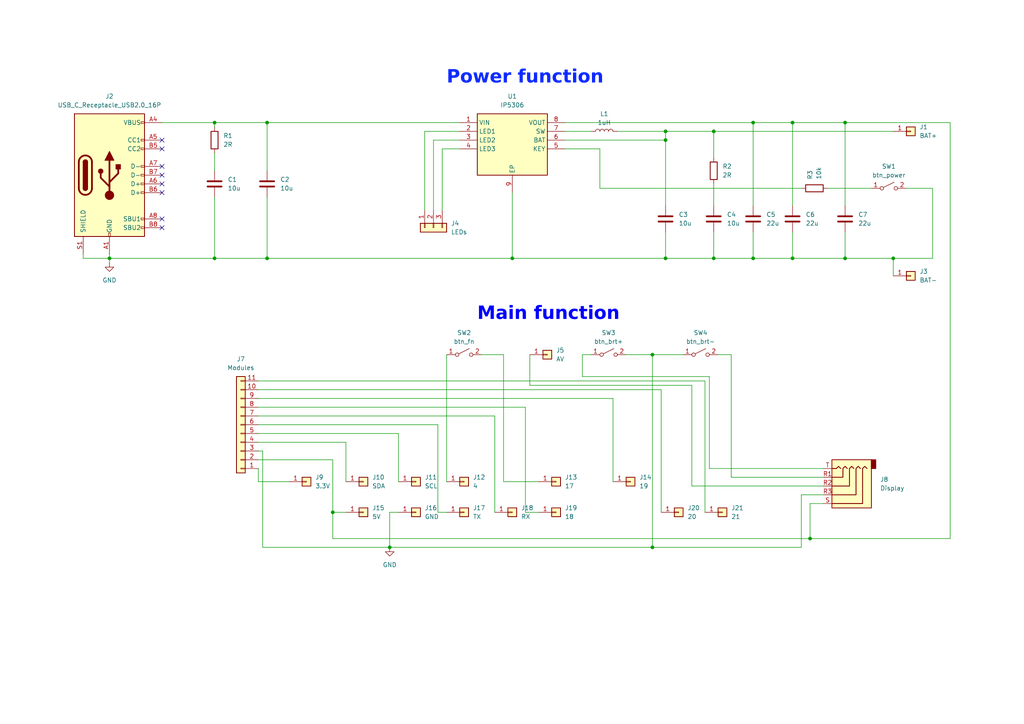
<source format=kicad_sch>
(kicad_sch
	(version 20250114)
	(generator "eeschema")
	(generator_version "9.0")
	(uuid "345bc13d-6add-4118-85b8-ae1fb4b40dd2")
	(paper "A4")
	(lib_symbols
		(symbol "Connector:USB_C_Receptacle_USB2.0_16P"
			(pin_names
				(offset 1.016)
			)
			(exclude_from_sim no)
			(in_bom yes)
			(on_board yes)
			(property "Reference" "J"
				(at 0 22.225 0)
				(effects
					(font
						(size 1.27 1.27)
					)
				)
			)
			(property "Value" "USB_C_Receptacle_USB2.0_16P"
				(at 0 19.685 0)
				(effects
					(font
						(size 1.27 1.27)
					)
				)
			)
			(property "Footprint" ""
				(at 3.81 0 0)
				(effects
					(font
						(size 1.27 1.27)
					)
					(hide yes)
				)
			)
			(property "Datasheet" "https://www.usb.org/sites/default/files/documents/usb_type-c.zip"
				(at 3.81 0 0)
				(effects
					(font
						(size 1.27 1.27)
					)
					(hide yes)
				)
			)
			(property "Description" "USB 2.0-only 16P Type-C Receptacle connector"
				(at 0 0 0)
				(effects
					(font
						(size 1.27 1.27)
					)
					(hide yes)
				)
			)
			(property "ki_keywords" "usb universal serial bus type-C USB2.0"
				(at 0 0 0)
				(effects
					(font
						(size 1.27 1.27)
					)
					(hide yes)
				)
			)
			(property "ki_fp_filters" "USB*C*Receptacle*"
				(at 0 0 0)
				(effects
					(font
						(size 1.27 1.27)
					)
					(hide yes)
				)
			)
			(symbol "USB_C_Receptacle_USB2.0_16P_0_0"
				(rectangle
					(start -0.254 -17.78)
					(end 0.254 -16.764)
					(stroke
						(width 0)
						(type default)
					)
					(fill
						(type none)
					)
				)
				(rectangle
					(start 10.16 15.494)
					(end 9.144 14.986)
					(stroke
						(width 0)
						(type default)
					)
					(fill
						(type none)
					)
				)
				(rectangle
					(start 10.16 10.414)
					(end 9.144 9.906)
					(stroke
						(width 0)
						(type default)
					)
					(fill
						(type none)
					)
				)
				(rectangle
					(start 10.16 7.874)
					(end 9.144 7.366)
					(stroke
						(width 0)
						(type default)
					)
					(fill
						(type none)
					)
				)
				(rectangle
					(start 10.16 2.794)
					(end 9.144 2.286)
					(stroke
						(width 0)
						(type default)
					)
					(fill
						(type none)
					)
				)
				(rectangle
					(start 10.16 0.254)
					(end 9.144 -0.254)
					(stroke
						(width 0)
						(type default)
					)
					(fill
						(type none)
					)
				)
				(rectangle
					(start 10.16 -2.286)
					(end 9.144 -2.794)
					(stroke
						(width 0)
						(type default)
					)
					(fill
						(type none)
					)
				)
				(rectangle
					(start 10.16 -4.826)
					(end 9.144 -5.334)
					(stroke
						(width 0)
						(type default)
					)
					(fill
						(type none)
					)
				)
				(rectangle
					(start 10.16 -12.446)
					(end 9.144 -12.954)
					(stroke
						(width 0)
						(type default)
					)
					(fill
						(type none)
					)
				)
				(rectangle
					(start 10.16 -14.986)
					(end 9.144 -15.494)
					(stroke
						(width 0)
						(type default)
					)
					(fill
						(type none)
					)
				)
			)
			(symbol "USB_C_Receptacle_USB2.0_16P_0_1"
				(rectangle
					(start -10.16 17.78)
					(end 10.16 -17.78)
					(stroke
						(width 0.254)
						(type default)
					)
					(fill
						(type background)
					)
				)
				(polyline
					(pts
						(xy -8.89 -3.81) (xy -8.89 3.81)
					)
					(stroke
						(width 0.508)
						(type default)
					)
					(fill
						(type none)
					)
				)
				(rectangle
					(start -7.62 -3.81)
					(end -6.35 3.81)
					(stroke
						(width 0.254)
						(type default)
					)
					(fill
						(type outline)
					)
				)
				(arc
					(start -7.62 3.81)
					(mid -6.985 4.4423)
					(end -6.35 3.81)
					(stroke
						(width 0.254)
						(type default)
					)
					(fill
						(type none)
					)
				)
				(arc
					(start -7.62 3.81)
					(mid -6.985 4.4423)
					(end -6.35 3.81)
					(stroke
						(width 0.254)
						(type default)
					)
					(fill
						(type outline)
					)
				)
				(arc
					(start -8.89 3.81)
					(mid -6.985 5.7067)
					(end -5.08 3.81)
					(stroke
						(width 0.508)
						(type default)
					)
					(fill
						(type none)
					)
				)
				(arc
					(start -5.08 -3.81)
					(mid -6.985 -5.7067)
					(end -8.89 -3.81)
					(stroke
						(width 0.508)
						(type default)
					)
					(fill
						(type none)
					)
				)
				(arc
					(start -6.35 -3.81)
					(mid -6.985 -4.4423)
					(end -7.62 -3.81)
					(stroke
						(width 0.254)
						(type default)
					)
					(fill
						(type none)
					)
				)
				(arc
					(start -6.35 -3.81)
					(mid -6.985 -4.4423)
					(end -7.62 -3.81)
					(stroke
						(width 0.254)
						(type default)
					)
					(fill
						(type outline)
					)
				)
				(polyline
					(pts
						(xy -5.08 3.81) (xy -5.08 -3.81)
					)
					(stroke
						(width 0.508)
						(type default)
					)
					(fill
						(type none)
					)
				)
				(circle
					(center -2.54 1.143)
					(radius 0.635)
					(stroke
						(width 0.254)
						(type default)
					)
					(fill
						(type outline)
					)
				)
				(polyline
					(pts
						(xy -1.27 4.318) (xy 0 6.858) (xy 1.27 4.318) (xy -1.27 4.318)
					)
					(stroke
						(width 0.254)
						(type default)
					)
					(fill
						(type outline)
					)
				)
				(polyline
					(pts
						(xy 0 -2.032) (xy 2.54 0.508) (xy 2.54 1.778)
					)
					(stroke
						(width 0.508)
						(type default)
					)
					(fill
						(type none)
					)
				)
				(polyline
					(pts
						(xy 0 -3.302) (xy -2.54 -0.762) (xy -2.54 0.508)
					)
					(stroke
						(width 0.508)
						(type default)
					)
					(fill
						(type none)
					)
				)
				(polyline
					(pts
						(xy 0 -5.842) (xy 0 4.318)
					)
					(stroke
						(width 0.508)
						(type default)
					)
					(fill
						(type none)
					)
				)
				(circle
					(center 0 -5.842)
					(radius 1.27)
					(stroke
						(width 0)
						(type default)
					)
					(fill
						(type outline)
					)
				)
				(rectangle
					(start 1.905 1.778)
					(end 3.175 3.048)
					(stroke
						(width 0.254)
						(type default)
					)
					(fill
						(type outline)
					)
				)
			)
			(symbol "USB_C_Receptacle_USB2.0_16P_1_1"
				(pin passive line
					(at -7.62 -22.86 90)
					(length 5.08)
					(name "SHIELD"
						(effects
							(font
								(size 1.27 1.27)
							)
						)
					)
					(number "S1"
						(effects
							(font
								(size 1.27 1.27)
							)
						)
					)
				)
				(pin passive line
					(at 0 -22.86 90)
					(length 5.08)
					(name "GND"
						(effects
							(font
								(size 1.27 1.27)
							)
						)
					)
					(number "A1"
						(effects
							(font
								(size 1.27 1.27)
							)
						)
					)
				)
				(pin passive line
					(at 0 -22.86 90)
					(length 5.08)
					(hide yes)
					(name "GND"
						(effects
							(font
								(size 1.27 1.27)
							)
						)
					)
					(number "A12"
						(effects
							(font
								(size 1.27 1.27)
							)
						)
					)
				)
				(pin passive line
					(at 0 -22.86 90)
					(length 5.08)
					(hide yes)
					(name "GND"
						(effects
							(font
								(size 1.27 1.27)
							)
						)
					)
					(number "B1"
						(effects
							(font
								(size 1.27 1.27)
							)
						)
					)
				)
				(pin passive line
					(at 0 -22.86 90)
					(length 5.08)
					(hide yes)
					(name "GND"
						(effects
							(font
								(size 1.27 1.27)
							)
						)
					)
					(number "B12"
						(effects
							(font
								(size 1.27 1.27)
							)
						)
					)
				)
				(pin passive line
					(at 15.24 15.24 180)
					(length 5.08)
					(name "VBUS"
						(effects
							(font
								(size 1.27 1.27)
							)
						)
					)
					(number "A4"
						(effects
							(font
								(size 1.27 1.27)
							)
						)
					)
				)
				(pin passive line
					(at 15.24 15.24 180)
					(length 5.08)
					(hide yes)
					(name "VBUS"
						(effects
							(font
								(size 1.27 1.27)
							)
						)
					)
					(number "A9"
						(effects
							(font
								(size 1.27 1.27)
							)
						)
					)
				)
				(pin passive line
					(at 15.24 15.24 180)
					(length 5.08)
					(hide yes)
					(name "VBUS"
						(effects
							(font
								(size 1.27 1.27)
							)
						)
					)
					(number "B4"
						(effects
							(font
								(size 1.27 1.27)
							)
						)
					)
				)
				(pin passive line
					(at 15.24 15.24 180)
					(length 5.08)
					(hide yes)
					(name "VBUS"
						(effects
							(font
								(size 1.27 1.27)
							)
						)
					)
					(number "B9"
						(effects
							(font
								(size 1.27 1.27)
							)
						)
					)
				)
				(pin bidirectional line
					(at 15.24 10.16 180)
					(length 5.08)
					(name "CC1"
						(effects
							(font
								(size 1.27 1.27)
							)
						)
					)
					(number "A5"
						(effects
							(font
								(size 1.27 1.27)
							)
						)
					)
				)
				(pin bidirectional line
					(at 15.24 7.62 180)
					(length 5.08)
					(name "CC2"
						(effects
							(font
								(size 1.27 1.27)
							)
						)
					)
					(number "B5"
						(effects
							(font
								(size 1.27 1.27)
							)
						)
					)
				)
				(pin bidirectional line
					(at 15.24 2.54 180)
					(length 5.08)
					(name "D-"
						(effects
							(font
								(size 1.27 1.27)
							)
						)
					)
					(number "A7"
						(effects
							(font
								(size 1.27 1.27)
							)
						)
					)
				)
				(pin bidirectional line
					(at 15.24 0 180)
					(length 5.08)
					(name "D-"
						(effects
							(font
								(size 1.27 1.27)
							)
						)
					)
					(number "B7"
						(effects
							(font
								(size 1.27 1.27)
							)
						)
					)
				)
				(pin bidirectional line
					(at 15.24 -2.54 180)
					(length 5.08)
					(name "D+"
						(effects
							(font
								(size 1.27 1.27)
							)
						)
					)
					(number "A6"
						(effects
							(font
								(size 1.27 1.27)
							)
						)
					)
				)
				(pin bidirectional line
					(at 15.24 -5.08 180)
					(length 5.08)
					(name "D+"
						(effects
							(font
								(size 1.27 1.27)
							)
						)
					)
					(number "B6"
						(effects
							(font
								(size 1.27 1.27)
							)
						)
					)
				)
				(pin bidirectional line
					(at 15.24 -12.7 180)
					(length 5.08)
					(name "SBU1"
						(effects
							(font
								(size 1.27 1.27)
							)
						)
					)
					(number "A8"
						(effects
							(font
								(size 1.27 1.27)
							)
						)
					)
				)
				(pin bidirectional line
					(at 15.24 -15.24 180)
					(length 5.08)
					(name "SBU2"
						(effects
							(font
								(size 1.27 1.27)
							)
						)
					)
					(number "B8"
						(effects
							(font
								(size 1.27 1.27)
							)
						)
					)
				)
			)
			(embedded_fonts no)
		)
		(symbol "Connector_Audio:AudioJack5"
			(exclude_from_sim no)
			(in_bom yes)
			(on_board yes)
			(property "Reference" "J"
				(at 0 11.43 0)
				(effects
					(font
						(size 1.27 1.27)
					)
				)
			)
			(property "Value" "AudioJack5"
				(at 0 8.89 0)
				(effects
					(font
						(size 1.27 1.27)
					)
				)
			)
			(property "Footprint" ""
				(at 0 0 0)
				(effects
					(font
						(size 1.27 1.27)
					)
					(hide yes)
				)
			)
			(property "Datasheet" "~"
				(at 0 0 0)
				(effects
					(font
						(size 1.27 1.27)
					)
					(hide yes)
				)
			)
			(property "Description" "Audio Jack, 5 Poles (TRRRS)"
				(at 0 0 0)
				(effects
					(font
						(size 1.27 1.27)
					)
					(hide yes)
				)
			)
			(property "ki_keywords" "audio jack receptacle stereo headphones TRRRS connector"
				(at 0 0 0)
				(effects
					(font
						(size 1.27 1.27)
					)
					(hide yes)
				)
			)
			(property "ki_fp_filters" "Jack*"
				(at 0 0 0)
				(effects
					(font
						(size 1.27 1.27)
					)
					(hide yes)
				)
			)
			(symbol "AudioJack5_0_1"
				(rectangle
					(start -8.89 -5.08)
					(end -10.16 -7.62)
					(stroke
						(width 0.254)
						(type default)
					)
					(fill
						(type outline)
					)
				)
				(polyline
					(pts
						(xy -5.715 -5.08) (xy -5.08 -5.715) (xy -4.445 -5.08) (xy -4.445 2.54) (xy 2.54 2.54)
					)
					(stroke
						(width 0.254)
						(type default)
					)
					(fill
						(type none)
					)
				)
				(polyline
					(pts
						(xy -1.905 -5.08) (xy -1.27 -5.715) (xy -0.635 -5.08) (xy -0.635 -2.54) (xy 2.54 -2.54)
					)
					(stroke
						(width 0.254)
						(type default)
					)
					(fill
						(type none)
					)
				)
				(polyline
					(pts
						(xy 0 -5.08) (xy 0.635 -5.715) (xy 1.27 -5.08) (xy 2.54 -5.08)
					)
					(stroke
						(width 0.254)
						(type default)
					)
					(fill
						(type none)
					)
				)
				(rectangle
					(start 2.54 6.35)
					(end -8.89 -7.62)
					(stroke
						(width 0.254)
						(type default)
					)
					(fill
						(type background)
					)
				)
				(polyline
					(pts
						(xy 2.54 5.08) (xy -6.35 5.08) (xy -6.35 -5.08) (xy -6.985 -5.715) (xy -7.62 -5.08)
					)
					(stroke
						(width 0.254)
						(type default)
					)
					(fill
						(type none)
					)
				)
				(polyline
					(pts
						(xy 2.54 0) (xy -2.54 0) (xy -2.54 -5.08) (xy -3.175 -5.715) (xy -3.81 -5.08)
					)
					(stroke
						(width 0.254)
						(type default)
					)
					(fill
						(type none)
					)
				)
			)
			(symbol "AudioJack5_1_1"
				(pin passive line
					(at 5.08 5.08 180)
					(length 2.54)
					(name "~"
						(effects
							(font
								(size 1.27 1.27)
							)
						)
					)
					(number "S"
						(effects
							(font
								(size 1.27 1.27)
							)
						)
					)
				)
				(pin passive line
					(at 5.08 2.54 180)
					(length 2.54)
					(name "~"
						(effects
							(font
								(size 1.27 1.27)
							)
						)
					)
					(number "R3"
						(effects
							(font
								(size 1.27 1.27)
							)
						)
					)
				)
				(pin passive line
					(at 5.08 0 180)
					(length 2.54)
					(name "~"
						(effects
							(font
								(size 1.27 1.27)
							)
						)
					)
					(number "R2"
						(effects
							(font
								(size 1.27 1.27)
							)
						)
					)
				)
				(pin passive line
					(at 5.08 -2.54 180)
					(length 2.54)
					(name "~"
						(effects
							(font
								(size 1.27 1.27)
							)
						)
					)
					(number "R1"
						(effects
							(font
								(size 1.27 1.27)
							)
						)
					)
				)
				(pin passive line
					(at 5.08 -5.08 180)
					(length 2.54)
					(name "~"
						(effects
							(font
								(size 1.27 1.27)
							)
						)
					)
					(number "T"
						(effects
							(font
								(size 1.27 1.27)
							)
						)
					)
				)
			)
			(embedded_fonts no)
		)
		(symbol "Connector_Generic:Conn_01x01"
			(pin_names
				(offset 1.016)
				(hide yes)
			)
			(exclude_from_sim no)
			(in_bom yes)
			(on_board yes)
			(property "Reference" "J"
				(at 0 2.54 0)
				(effects
					(font
						(size 1.27 1.27)
					)
				)
			)
			(property "Value" "Conn_01x01"
				(at 0 -2.54 0)
				(effects
					(font
						(size 1.27 1.27)
					)
				)
			)
			(property "Footprint" ""
				(at 0 0 0)
				(effects
					(font
						(size 1.27 1.27)
					)
					(hide yes)
				)
			)
			(property "Datasheet" "~"
				(at 0 0 0)
				(effects
					(font
						(size 1.27 1.27)
					)
					(hide yes)
				)
			)
			(property "Description" "Generic connector, single row, 01x01, script generated (kicad-library-utils/schlib/autogen/connector/)"
				(at 0 0 0)
				(effects
					(font
						(size 1.27 1.27)
					)
					(hide yes)
				)
			)
			(property "ki_keywords" "connector"
				(at 0 0 0)
				(effects
					(font
						(size 1.27 1.27)
					)
					(hide yes)
				)
			)
			(property "ki_fp_filters" "Connector*:*_1x??_*"
				(at 0 0 0)
				(effects
					(font
						(size 1.27 1.27)
					)
					(hide yes)
				)
			)
			(symbol "Conn_01x01_1_1"
				(rectangle
					(start -1.27 1.27)
					(end 1.27 -1.27)
					(stroke
						(width 0.254)
						(type default)
					)
					(fill
						(type background)
					)
				)
				(rectangle
					(start -1.27 0.127)
					(end 0 -0.127)
					(stroke
						(width 0.1524)
						(type default)
					)
					(fill
						(type none)
					)
				)
				(pin passive line
					(at -5.08 0 0)
					(length 3.81)
					(name "Pin_1"
						(effects
							(font
								(size 1.27 1.27)
							)
						)
					)
					(number "1"
						(effects
							(font
								(size 1.27 1.27)
							)
						)
					)
				)
			)
			(embedded_fonts no)
		)
		(symbol "Connector_Generic:Conn_01x03"
			(pin_names
				(offset 1.016)
				(hide yes)
			)
			(exclude_from_sim no)
			(in_bom yes)
			(on_board yes)
			(property "Reference" "J"
				(at 0 5.08 0)
				(effects
					(font
						(size 1.27 1.27)
					)
				)
			)
			(property "Value" "Conn_01x03"
				(at 0 -5.08 0)
				(effects
					(font
						(size 1.27 1.27)
					)
				)
			)
			(property "Footprint" ""
				(at 0 0 0)
				(effects
					(font
						(size 1.27 1.27)
					)
					(hide yes)
				)
			)
			(property "Datasheet" "~"
				(at 0 0 0)
				(effects
					(font
						(size 1.27 1.27)
					)
					(hide yes)
				)
			)
			(property "Description" "Generic connector, single row, 01x03, script generated (kicad-library-utils/schlib/autogen/connector/)"
				(at 0 0 0)
				(effects
					(font
						(size 1.27 1.27)
					)
					(hide yes)
				)
			)
			(property "ki_keywords" "connector"
				(at 0 0 0)
				(effects
					(font
						(size 1.27 1.27)
					)
					(hide yes)
				)
			)
			(property "ki_fp_filters" "Connector*:*_1x??_*"
				(at 0 0 0)
				(effects
					(font
						(size 1.27 1.27)
					)
					(hide yes)
				)
			)
			(symbol "Conn_01x03_1_1"
				(rectangle
					(start -1.27 3.81)
					(end 1.27 -3.81)
					(stroke
						(width 0.254)
						(type default)
					)
					(fill
						(type background)
					)
				)
				(rectangle
					(start -1.27 2.667)
					(end 0 2.413)
					(stroke
						(width 0.1524)
						(type default)
					)
					(fill
						(type none)
					)
				)
				(rectangle
					(start -1.27 0.127)
					(end 0 -0.127)
					(stroke
						(width 0.1524)
						(type default)
					)
					(fill
						(type none)
					)
				)
				(rectangle
					(start -1.27 -2.413)
					(end 0 -2.667)
					(stroke
						(width 0.1524)
						(type default)
					)
					(fill
						(type none)
					)
				)
				(pin passive line
					(at -5.08 2.54 0)
					(length 3.81)
					(name "Pin_1"
						(effects
							(font
								(size 1.27 1.27)
							)
						)
					)
					(number "1"
						(effects
							(font
								(size 1.27 1.27)
							)
						)
					)
				)
				(pin passive line
					(at -5.08 0 0)
					(length 3.81)
					(name "Pin_2"
						(effects
							(font
								(size 1.27 1.27)
							)
						)
					)
					(number "2"
						(effects
							(font
								(size 1.27 1.27)
							)
						)
					)
				)
				(pin passive line
					(at -5.08 -2.54 0)
					(length 3.81)
					(name "Pin_3"
						(effects
							(font
								(size 1.27 1.27)
							)
						)
					)
					(number "3"
						(effects
							(font
								(size 1.27 1.27)
							)
						)
					)
				)
			)
			(embedded_fonts no)
		)
		(symbol "Connector_Generic:Conn_01x11"
			(pin_names
				(offset 1.016)
				(hide yes)
			)
			(exclude_from_sim no)
			(in_bom yes)
			(on_board yes)
			(property "Reference" "J"
				(at 0 15.24 0)
				(effects
					(font
						(size 1.27 1.27)
					)
				)
			)
			(property "Value" "Conn_01x11"
				(at 0 -15.24 0)
				(effects
					(font
						(size 1.27 1.27)
					)
				)
			)
			(property "Footprint" ""
				(at 0 0 0)
				(effects
					(font
						(size 1.27 1.27)
					)
					(hide yes)
				)
			)
			(property "Datasheet" "~"
				(at 0 0 0)
				(effects
					(font
						(size 1.27 1.27)
					)
					(hide yes)
				)
			)
			(property "Description" "Generic connector, single row, 01x11, script generated (kicad-library-utils/schlib/autogen/connector/)"
				(at 0 0 0)
				(effects
					(font
						(size 1.27 1.27)
					)
					(hide yes)
				)
			)
			(property "ki_keywords" "connector"
				(at 0 0 0)
				(effects
					(font
						(size 1.27 1.27)
					)
					(hide yes)
				)
			)
			(property "ki_fp_filters" "Connector*:*_1x??_*"
				(at 0 0 0)
				(effects
					(font
						(size 1.27 1.27)
					)
					(hide yes)
				)
			)
			(symbol "Conn_01x11_1_1"
				(rectangle
					(start -1.27 13.97)
					(end 1.27 -13.97)
					(stroke
						(width 0.254)
						(type default)
					)
					(fill
						(type background)
					)
				)
				(rectangle
					(start -1.27 12.827)
					(end 0 12.573)
					(stroke
						(width 0.1524)
						(type default)
					)
					(fill
						(type none)
					)
				)
				(rectangle
					(start -1.27 10.287)
					(end 0 10.033)
					(stroke
						(width 0.1524)
						(type default)
					)
					(fill
						(type none)
					)
				)
				(rectangle
					(start -1.27 7.747)
					(end 0 7.493)
					(stroke
						(width 0.1524)
						(type default)
					)
					(fill
						(type none)
					)
				)
				(rectangle
					(start -1.27 5.207)
					(end 0 4.953)
					(stroke
						(width 0.1524)
						(type default)
					)
					(fill
						(type none)
					)
				)
				(rectangle
					(start -1.27 2.667)
					(end 0 2.413)
					(stroke
						(width 0.1524)
						(type default)
					)
					(fill
						(type none)
					)
				)
				(rectangle
					(start -1.27 0.127)
					(end 0 -0.127)
					(stroke
						(width 0.1524)
						(type default)
					)
					(fill
						(type none)
					)
				)
				(rectangle
					(start -1.27 -2.413)
					(end 0 -2.667)
					(stroke
						(width 0.1524)
						(type default)
					)
					(fill
						(type none)
					)
				)
				(rectangle
					(start -1.27 -4.953)
					(end 0 -5.207)
					(stroke
						(width 0.1524)
						(type default)
					)
					(fill
						(type none)
					)
				)
				(rectangle
					(start -1.27 -7.493)
					(end 0 -7.747)
					(stroke
						(width 0.1524)
						(type default)
					)
					(fill
						(type none)
					)
				)
				(rectangle
					(start -1.27 -10.033)
					(end 0 -10.287)
					(stroke
						(width 0.1524)
						(type default)
					)
					(fill
						(type none)
					)
				)
				(rectangle
					(start -1.27 -12.573)
					(end 0 -12.827)
					(stroke
						(width 0.1524)
						(type default)
					)
					(fill
						(type none)
					)
				)
				(pin passive line
					(at -5.08 12.7 0)
					(length 3.81)
					(name "Pin_1"
						(effects
							(font
								(size 1.27 1.27)
							)
						)
					)
					(number "1"
						(effects
							(font
								(size 1.27 1.27)
							)
						)
					)
				)
				(pin passive line
					(at -5.08 10.16 0)
					(length 3.81)
					(name "Pin_2"
						(effects
							(font
								(size 1.27 1.27)
							)
						)
					)
					(number "2"
						(effects
							(font
								(size 1.27 1.27)
							)
						)
					)
				)
				(pin passive line
					(at -5.08 7.62 0)
					(length 3.81)
					(name "Pin_3"
						(effects
							(font
								(size 1.27 1.27)
							)
						)
					)
					(number "3"
						(effects
							(font
								(size 1.27 1.27)
							)
						)
					)
				)
				(pin passive line
					(at -5.08 5.08 0)
					(length 3.81)
					(name "Pin_4"
						(effects
							(font
								(size 1.27 1.27)
							)
						)
					)
					(number "4"
						(effects
							(font
								(size 1.27 1.27)
							)
						)
					)
				)
				(pin passive line
					(at -5.08 2.54 0)
					(length 3.81)
					(name "Pin_5"
						(effects
							(font
								(size 1.27 1.27)
							)
						)
					)
					(number "5"
						(effects
							(font
								(size 1.27 1.27)
							)
						)
					)
				)
				(pin passive line
					(at -5.08 0 0)
					(length 3.81)
					(name "Pin_6"
						(effects
							(font
								(size 1.27 1.27)
							)
						)
					)
					(number "6"
						(effects
							(font
								(size 1.27 1.27)
							)
						)
					)
				)
				(pin passive line
					(at -5.08 -2.54 0)
					(length 3.81)
					(name "Pin_7"
						(effects
							(font
								(size 1.27 1.27)
							)
						)
					)
					(number "7"
						(effects
							(font
								(size 1.27 1.27)
							)
						)
					)
				)
				(pin passive line
					(at -5.08 -5.08 0)
					(length 3.81)
					(name "Pin_8"
						(effects
							(font
								(size 1.27 1.27)
							)
						)
					)
					(number "8"
						(effects
							(font
								(size 1.27 1.27)
							)
						)
					)
				)
				(pin passive line
					(at -5.08 -7.62 0)
					(length 3.81)
					(name "Pin_9"
						(effects
							(font
								(size 1.27 1.27)
							)
						)
					)
					(number "9"
						(effects
							(font
								(size 1.27 1.27)
							)
						)
					)
				)
				(pin passive line
					(at -5.08 -10.16 0)
					(length 3.81)
					(name "Pin_10"
						(effects
							(font
								(size 1.27 1.27)
							)
						)
					)
					(number "10"
						(effects
							(font
								(size 1.27 1.27)
							)
						)
					)
				)
				(pin passive line
					(at -5.08 -12.7 0)
					(length 3.81)
					(name "Pin_11"
						(effects
							(font
								(size 1.27 1.27)
							)
						)
					)
					(number "11"
						(effects
							(font
								(size 1.27 1.27)
							)
						)
					)
				)
			)
			(embedded_fonts no)
		)
		(symbol "Device:C"
			(pin_numbers
				(hide yes)
			)
			(pin_names
				(offset 0.254)
			)
			(exclude_from_sim no)
			(in_bom yes)
			(on_board yes)
			(property "Reference" "C"
				(at 0.635 2.54 0)
				(effects
					(font
						(size 1.27 1.27)
					)
					(justify left)
				)
			)
			(property "Value" "C"
				(at 0.635 -2.54 0)
				(effects
					(font
						(size 1.27 1.27)
					)
					(justify left)
				)
			)
			(property "Footprint" ""
				(at 0.9652 -3.81 0)
				(effects
					(font
						(size 1.27 1.27)
					)
					(hide yes)
				)
			)
			(property "Datasheet" "~"
				(at 0 0 0)
				(effects
					(font
						(size 1.27 1.27)
					)
					(hide yes)
				)
			)
			(property "Description" "Unpolarized capacitor"
				(at 0 0 0)
				(effects
					(font
						(size 1.27 1.27)
					)
					(hide yes)
				)
			)
			(property "ki_keywords" "cap capacitor"
				(at 0 0 0)
				(effects
					(font
						(size 1.27 1.27)
					)
					(hide yes)
				)
			)
			(property "ki_fp_filters" "C_*"
				(at 0 0 0)
				(effects
					(font
						(size 1.27 1.27)
					)
					(hide yes)
				)
			)
			(symbol "C_0_1"
				(polyline
					(pts
						(xy -2.032 0.762) (xy 2.032 0.762)
					)
					(stroke
						(width 0.508)
						(type default)
					)
					(fill
						(type none)
					)
				)
				(polyline
					(pts
						(xy -2.032 -0.762) (xy 2.032 -0.762)
					)
					(stroke
						(width 0.508)
						(type default)
					)
					(fill
						(type none)
					)
				)
			)
			(symbol "C_1_1"
				(pin passive line
					(at 0 3.81 270)
					(length 2.794)
					(name "~"
						(effects
							(font
								(size 1.27 1.27)
							)
						)
					)
					(number "1"
						(effects
							(font
								(size 1.27 1.27)
							)
						)
					)
				)
				(pin passive line
					(at 0 -3.81 90)
					(length 2.794)
					(name "~"
						(effects
							(font
								(size 1.27 1.27)
							)
						)
					)
					(number "2"
						(effects
							(font
								(size 1.27 1.27)
							)
						)
					)
				)
			)
			(embedded_fonts no)
		)
		(symbol "Device:L"
			(pin_numbers
				(hide yes)
			)
			(pin_names
				(offset 1.016)
				(hide yes)
			)
			(exclude_from_sim no)
			(in_bom yes)
			(on_board yes)
			(property "Reference" "L"
				(at -1.27 0 90)
				(effects
					(font
						(size 1.27 1.27)
					)
				)
			)
			(property "Value" "L"
				(at 1.905 0 90)
				(effects
					(font
						(size 1.27 1.27)
					)
				)
			)
			(property "Footprint" ""
				(at 0 0 0)
				(effects
					(font
						(size 1.27 1.27)
					)
					(hide yes)
				)
			)
			(property "Datasheet" "~"
				(at 0 0 0)
				(effects
					(font
						(size 1.27 1.27)
					)
					(hide yes)
				)
			)
			(property "Description" "Inductor"
				(at 0 0 0)
				(effects
					(font
						(size 1.27 1.27)
					)
					(hide yes)
				)
			)
			(property "ki_keywords" "inductor choke coil reactor magnetic"
				(at 0 0 0)
				(effects
					(font
						(size 1.27 1.27)
					)
					(hide yes)
				)
			)
			(property "ki_fp_filters" "Choke_* *Coil* Inductor_* L_*"
				(at 0 0 0)
				(effects
					(font
						(size 1.27 1.27)
					)
					(hide yes)
				)
			)
			(symbol "L_0_1"
				(arc
					(start 0 2.54)
					(mid 0.6323 1.905)
					(end 0 1.27)
					(stroke
						(width 0)
						(type default)
					)
					(fill
						(type none)
					)
				)
				(arc
					(start 0 1.27)
					(mid 0.6323 0.635)
					(end 0 0)
					(stroke
						(width 0)
						(type default)
					)
					(fill
						(type none)
					)
				)
				(arc
					(start 0 0)
					(mid 0.6323 -0.635)
					(end 0 -1.27)
					(stroke
						(width 0)
						(type default)
					)
					(fill
						(type none)
					)
				)
				(arc
					(start 0 -1.27)
					(mid 0.6323 -1.905)
					(end 0 -2.54)
					(stroke
						(width 0)
						(type default)
					)
					(fill
						(type none)
					)
				)
			)
			(symbol "L_1_1"
				(pin passive line
					(at 0 3.81 270)
					(length 1.27)
					(name "1"
						(effects
							(font
								(size 1.27 1.27)
							)
						)
					)
					(number "1"
						(effects
							(font
								(size 1.27 1.27)
							)
						)
					)
				)
				(pin passive line
					(at 0 -3.81 90)
					(length 1.27)
					(name "2"
						(effects
							(font
								(size 1.27 1.27)
							)
						)
					)
					(number "2"
						(effects
							(font
								(size 1.27 1.27)
							)
						)
					)
				)
			)
			(embedded_fonts no)
		)
		(symbol "Device:R"
			(pin_numbers
				(hide yes)
			)
			(pin_names
				(offset 0)
			)
			(exclude_from_sim no)
			(in_bom yes)
			(on_board yes)
			(property "Reference" "R"
				(at 2.032 0 90)
				(effects
					(font
						(size 1.27 1.27)
					)
				)
			)
			(property "Value" "R"
				(at 0 0 90)
				(effects
					(font
						(size 1.27 1.27)
					)
				)
			)
			(property "Footprint" ""
				(at -1.778 0 90)
				(effects
					(font
						(size 1.27 1.27)
					)
					(hide yes)
				)
			)
			(property "Datasheet" "~"
				(at 0 0 0)
				(effects
					(font
						(size 1.27 1.27)
					)
					(hide yes)
				)
			)
			(property "Description" "Resistor"
				(at 0 0 0)
				(effects
					(font
						(size 1.27 1.27)
					)
					(hide yes)
				)
			)
			(property "ki_keywords" "R res resistor"
				(at 0 0 0)
				(effects
					(font
						(size 1.27 1.27)
					)
					(hide yes)
				)
			)
			(property "ki_fp_filters" "R_*"
				(at 0 0 0)
				(effects
					(font
						(size 1.27 1.27)
					)
					(hide yes)
				)
			)
			(symbol "R_0_1"
				(rectangle
					(start -1.016 -2.54)
					(end 1.016 2.54)
					(stroke
						(width 0.254)
						(type default)
					)
					(fill
						(type none)
					)
				)
			)
			(symbol "R_1_1"
				(pin passive line
					(at 0 3.81 270)
					(length 1.27)
					(name "~"
						(effects
							(font
								(size 1.27 1.27)
							)
						)
					)
					(number "1"
						(effects
							(font
								(size 1.27 1.27)
							)
						)
					)
				)
				(pin passive line
					(at 0 -3.81 90)
					(length 1.27)
					(name "~"
						(effects
							(font
								(size 1.27 1.27)
							)
						)
					)
					(number "2"
						(effects
							(font
								(size 1.27 1.27)
							)
						)
					)
				)
			)
			(embedded_fonts no)
		)
		(symbol "SamacSys_Parts:IP5306_4.35V"
			(exclude_from_sim no)
			(in_bom yes)
			(on_board yes)
			(property "Reference" "IC"
				(at 26.67 7.62 0)
				(effects
					(font
						(size 1.27 1.27)
					)
					(justify left top)
				)
			)
			(property "Value" "IP5306_4.35V"
				(at 26.67 5.08 0)
				(effects
					(font
						(size 1.27 1.27)
					)
					(justify left top)
				)
			)
			(property "Footprint" "SOIC127P600X165-9N"
				(at 26.67 -94.92 0)
				(effects
					(font
						(size 1.27 1.27)
					)
					(justify left top)
					(hide yes)
				)
			)
			(property "Datasheet" "https://datasheet.lcsc.com/szlcsc/1906271838_INJOINIC-IP5306-4-35V_C384572.pdf"
				(at 26.67 -194.92 0)
				(effects
					(font
						(size 1.27 1.27)
					)
					(justify left top)
					(hide yes)
				)
			)
			(property "Description" "2.1A Charging 2.4 A Discharge Highly Integrated Mobile Power Supply"
				(at 0 0 0)
				(effects
					(font
						(size 1.27 1.27)
					)
					(hide yes)
				)
			)
			(property "Height" "1.65"
				(at 26.67 -394.92 0)
				(effects
					(font
						(size 1.27 1.27)
					)
					(justify left top)
					(hide yes)
				)
			)
			(property "Manufacturer_Name" "INJOINIC"
				(at 26.67 -494.92 0)
				(effects
					(font
						(size 1.27 1.27)
					)
					(justify left top)
					(hide yes)
				)
			)
			(property "Manufacturer_Part_Number" "IP5306_4.35V"
				(at 26.67 -594.92 0)
				(effects
					(font
						(size 1.27 1.27)
					)
					(justify left top)
					(hide yes)
				)
			)
			(property "Mouser Part Number" ""
				(at 26.67 -694.92 0)
				(effects
					(font
						(size 1.27 1.27)
					)
					(justify left top)
					(hide yes)
				)
			)
			(property "Mouser Price/Stock" ""
				(at 26.67 -794.92 0)
				(effects
					(font
						(size 1.27 1.27)
					)
					(justify left top)
					(hide yes)
				)
			)
			(property "Arrow Part Number" ""
				(at 26.67 -894.92 0)
				(effects
					(font
						(size 1.27 1.27)
					)
					(justify left top)
					(hide yes)
				)
			)
			(property "Arrow Price/Stock" ""
				(at 26.67 -994.92 0)
				(effects
					(font
						(size 1.27 1.27)
					)
					(justify left top)
					(hide yes)
				)
			)
			(symbol "IP5306_4.35V_1_1"
				(rectangle
					(start 5.08 2.54)
					(end 25.4 -15.24)
					(stroke
						(width 0.254)
						(type default)
					)
					(fill
						(type background)
					)
				)
				(pin passive line
					(at 0 0 0)
					(length 5.08)
					(name "VIN"
						(effects
							(font
								(size 1.27 1.27)
							)
						)
					)
					(number "1"
						(effects
							(font
								(size 1.27 1.27)
							)
						)
					)
				)
				(pin passive line
					(at 0 -2.54 0)
					(length 5.08)
					(name "LED1"
						(effects
							(font
								(size 1.27 1.27)
							)
						)
					)
					(number "2"
						(effects
							(font
								(size 1.27 1.27)
							)
						)
					)
				)
				(pin passive line
					(at 0 -5.08 0)
					(length 5.08)
					(name "LED2"
						(effects
							(font
								(size 1.27 1.27)
							)
						)
					)
					(number "3"
						(effects
							(font
								(size 1.27 1.27)
							)
						)
					)
				)
				(pin passive line
					(at 0 -7.62 0)
					(length 5.08)
					(name "LED3"
						(effects
							(font
								(size 1.27 1.27)
							)
						)
					)
					(number "4"
						(effects
							(font
								(size 1.27 1.27)
							)
						)
					)
				)
				(pin passive line
					(at 15.24 -20.32 90)
					(length 5.08)
					(name "EP"
						(effects
							(font
								(size 1.27 1.27)
							)
						)
					)
					(number "9"
						(effects
							(font
								(size 1.27 1.27)
							)
						)
					)
				)
				(pin passive line
					(at 30.48 0 180)
					(length 5.08)
					(name "VOUT"
						(effects
							(font
								(size 1.27 1.27)
							)
						)
					)
					(number "8"
						(effects
							(font
								(size 1.27 1.27)
							)
						)
					)
				)
				(pin passive line
					(at 30.48 -2.54 180)
					(length 5.08)
					(name "SW"
						(effects
							(font
								(size 1.27 1.27)
							)
						)
					)
					(number "7"
						(effects
							(font
								(size 1.27 1.27)
							)
						)
					)
				)
				(pin passive line
					(at 30.48 -5.08 180)
					(length 5.08)
					(name "BAT"
						(effects
							(font
								(size 1.27 1.27)
							)
						)
					)
					(number "6"
						(effects
							(font
								(size 1.27 1.27)
							)
						)
					)
				)
				(pin passive line
					(at 30.48 -7.62 180)
					(length 5.08)
					(name "KEY"
						(effects
							(font
								(size 1.27 1.27)
							)
						)
					)
					(number "5"
						(effects
							(font
								(size 1.27 1.27)
							)
						)
					)
				)
			)
			(embedded_fonts no)
		)
		(symbol "Switch:SW_SPST"
			(pin_names
				(offset 0)
				(hide yes)
			)
			(exclude_from_sim no)
			(in_bom yes)
			(on_board yes)
			(property "Reference" "SW"
				(at 0 3.175 0)
				(effects
					(font
						(size 1.27 1.27)
					)
				)
			)
			(property "Value" "SW_SPST"
				(at 0 -2.54 0)
				(effects
					(font
						(size 1.27 1.27)
					)
				)
			)
			(property "Footprint" ""
				(at 0 0 0)
				(effects
					(font
						(size 1.27 1.27)
					)
					(hide yes)
				)
			)
			(property "Datasheet" "~"
				(at 0 0 0)
				(effects
					(font
						(size 1.27 1.27)
					)
					(hide yes)
				)
			)
			(property "Description" "Single Pole Single Throw (SPST) switch"
				(at 0 0 0)
				(effects
					(font
						(size 1.27 1.27)
					)
					(hide yes)
				)
			)
			(property "ki_keywords" "switch lever"
				(at 0 0 0)
				(effects
					(font
						(size 1.27 1.27)
					)
					(hide yes)
				)
			)
			(symbol "SW_SPST_0_0"
				(circle
					(center -2.032 0)
					(radius 0.508)
					(stroke
						(width 0)
						(type default)
					)
					(fill
						(type none)
					)
				)
				(polyline
					(pts
						(xy -1.524 0.254) (xy 1.524 1.778)
					)
					(stroke
						(width 0)
						(type default)
					)
					(fill
						(type none)
					)
				)
				(circle
					(center 2.032 0)
					(radius 0.508)
					(stroke
						(width 0)
						(type default)
					)
					(fill
						(type none)
					)
				)
			)
			(symbol "SW_SPST_1_1"
				(pin passive line
					(at -5.08 0 0)
					(length 2.54)
					(name "A"
						(effects
							(font
								(size 1.27 1.27)
							)
						)
					)
					(number "1"
						(effects
							(font
								(size 1.27 1.27)
							)
						)
					)
				)
				(pin passive line
					(at 5.08 0 180)
					(length 2.54)
					(name "B"
						(effects
							(font
								(size 1.27 1.27)
							)
						)
					)
					(number "2"
						(effects
							(font
								(size 1.27 1.27)
							)
						)
					)
				)
			)
			(embedded_fonts no)
		)
		(symbol "power:GND"
			(power)
			(pin_numbers
				(hide yes)
			)
			(pin_names
				(offset 0)
				(hide yes)
			)
			(exclude_from_sim no)
			(in_bom yes)
			(on_board yes)
			(property "Reference" "#PWR"
				(at 0 -6.35 0)
				(effects
					(font
						(size 1.27 1.27)
					)
					(hide yes)
				)
			)
			(property "Value" "GND"
				(at 0 -3.81 0)
				(effects
					(font
						(size 1.27 1.27)
					)
				)
			)
			(property "Footprint" ""
				(at 0 0 0)
				(effects
					(font
						(size 1.27 1.27)
					)
					(hide yes)
				)
			)
			(property "Datasheet" ""
				(at 0 0 0)
				(effects
					(font
						(size 1.27 1.27)
					)
					(hide yes)
				)
			)
			(property "Description" "Power symbol creates a global label with name \"GND\" , ground"
				(at 0 0 0)
				(effects
					(font
						(size 1.27 1.27)
					)
					(hide yes)
				)
			)
			(property "ki_keywords" "global power"
				(at 0 0 0)
				(effects
					(font
						(size 1.27 1.27)
					)
					(hide yes)
				)
			)
			(symbol "GND_0_1"
				(polyline
					(pts
						(xy 0 0) (xy 0 -1.27) (xy 1.27 -1.27) (xy 0 -2.54) (xy -1.27 -1.27) (xy 0 -1.27)
					)
					(stroke
						(width 0)
						(type default)
					)
					(fill
						(type none)
					)
				)
			)
			(symbol "GND_1_1"
				(pin power_in line
					(at 0 0 270)
					(length 0)
					(name "~"
						(effects
							(font
								(size 1.27 1.27)
							)
						)
					)
					(number "1"
						(effects
							(font
								(size 1.27 1.27)
							)
						)
					)
				)
			)
			(embedded_fonts no)
		)
	)
	(junction
		(at 193.04 38.1)
		(diameter 0)
		(color 0 0 0 0)
		(uuid "0d1b207e-7f75-4193-b66d-7fe9b8e6df10")
	)
	(junction
		(at 245.11 35.56)
		(diameter 0)
		(color 0 0 0 0)
		(uuid "0f82a156-9985-4198-95ad-b328e708104e")
	)
	(junction
		(at 148.59 74.93)
		(diameter 0)
		(color 0 0 0 0)
		(uuid "3f242bc1-7317-4a9b-97dc-43c10ef603aa")
	)
	(junction
		(at 62.23 74.93)
		(diameter 0)
		(color 0 0 0 0)
		(uuid "43179e4e-a0f1-47f3-8b4b-462d533e9d74")
	)
	(junction
		(at 193.04 74.93)
		(diameter 0)
		(color 0 0 0 0)
		(uuid "507251f7-811a-4760-bacb-a7577191c37c")
	)
	(junction
		(at 77.47 74.93)
		(diameter 0)
		(color 0 0 0 0)
		(uuid "5c4e5084-911f-43bb-8018-e9f64b1487f2")
	)
	(junction
		(at 229.87 35.56)
		(diameter 0)
		(color 0 0 0 0)
		(uuid "64a5149c-9121-4858-942a-005d01cd9b66")
	)
	(junction
		(at 113.03 158.75)
		(diameter 0)
		(color 0 0 0 0)
		(uuid "678b69a3-d791-476c-9180-b0fd12e79e49")
	)
	(junction
		(at 218.44 74.93)
		(diameter 0)
		(color 0 0 0 0)
		(uuid "6f384c91-e0cd-4cfc-b7e2-be57b3dfe818")
	)
	(junction
		(at 96.52 148.59)
		(diameter 0)
		(color 0 0 0 0)
		(uuid "72ab743b-26bf-4698-a020-3e35bf5208aa")
	)
	(junction
		(at 207.01 38.1)
		(diameter 0)
		(color 0 0 0 0)
		(uuid "87dcf715-ba86-4d44-a73c-f7e6c77a69f1")
	)
	(junction
		(at 62.23 35.56)
		(diameter 0)
		(color 0 0 0 0)
		(uuid "918789d0-b455-42c8-a87f-aa27d59ebd65")
	)
	(junction
		(at 245.11 74.93)
		(diameter 0)
		(color 0 0 0 0)
		(uuid "9b933ea5-053c-4c57-bf67-7a66729134a4")
	)
	(junction
		(at 259.08 74.93)
		(diameter 0)
		(color 0 0 0 0)
		(uuid "a44e0e0d-ba80-4a68-840a-61bbd0b3c763")
	)
	(junction
		(at 193.04 40.64)
		(diameter 0)
		(color 0 0 0 0)
		(uuid "ad7b5d6c-456d-4bd5-b79f-302176013162")
	)
	(junction
		(at 229.87 74.93)
		(diameter 0)
		(color 0 0 0 0)
		(uuid "b5e6cc2d-626d-4bb6-8cde-69b1ce79d871")
	)
	(junction
		(at 218.44 35.56)
		(diameter 0)
		(color 0 0 0 0)
		(uuid "b9ffbe3f-8032-40e7-9c2c-6e1a95a6de4d")
	)
	(junction
		(at 189.23 102.87)
		(diameter 0)
		(color 0 0 0 0)
		(uuid "c920824f-3745-4b40-be2c-2983eb4857e6")
	)
	(junction
		(at 77.47 35.56)
		(diameter 0)
		(color 0 0 0 0)
		(uuid "d10335c4-a9e4-4032-bda5-3b00aef6efbd")
	)
	(junction
		(at 189.23 158.75)
		(diameter 0)
		(color 0 0 0 0)
		(uuid "d59803dd-026e-4493-bd35-ff05605d9226")
	)
	(junction
		(at 207.01 74.93)
		(diameter 0)
		(color 0 0 0 0)
		(uuid "ee255963-f1ea-4d9f-9598-9472ee3621bf")
	)
	(junction
		(at 31.75 74.93)
		(diameter 0)
		(color 0 0 0 0)
		(uuid "eed4699c-5afe-432f-a6e4-5af9edf83566")
	)
	(junction
		(at 234.95 156.21)
		(diameter 0)
		(color 0 0 0 0)
		(uuid "f18d3c31-3351-4455-88e8-3507f4fc11e4")
	)
	(no_connect
		(at 46.99 53.34)
		(uuid "32220bd6-e825-48e7-a23d-2726055ea83d")
	)
	(no_connect
		(at 46.99 63.5)
		(uuid "34c353fe-8c83-4987-9b41-682c9db52a3a")
	)
	(no_connect
		(at 46.99 48.26)
		(uuid "3e3fff26-c09a-45ef-a935-2e5bf1b5587c")
	)
	(no_connect
		(at 46.99 50.8)
		(uuid "63467a12-496c-4f8b-b24b-9b49c3268edc")
	)
	(no_connect
		(at 46.99 43.18)
		(uuid "bd5ab14f-46bd-4d51-a41b-e5351b0f101a")
	)
	(no_connect
		(at 46.99 66.04)
		(uuid "bf722e4d-3134-4376-ab2e-7a4fd2d1255a")
	)
	(no_connect
		(at 46.99 55.88)
		(uuid "eef80e14-f0ae-4a2d-9f72-7b15b2cba1e6")
	)
	(no_connect
		(at 46.99 40.64)
		(uuid "f5a0a94e-1cbd-410b-a96b-819219fe0192")
	)
	(wire
		(pts
			(xy 76.2 158.75) (xy 113.03 158.75)
		)
		(stroke
			(width 0)
			(type default)
		)
		(uuid "003e5adc-9372-47bb-8f8d-2fadf6a3e530")
	)
	(wire
		(pts
			(xy 171.45 102.87) (xy 168.91 102.87)
		)
		(stroke
			(width 0)
			(type default)
		)
		(uuid "019d9e15-3d7d-48d6-9b36-3aa482876792")
	)
	(wire
		(pts
			(xy 31.75 74.93) (xy 31.75 76.2)
		)
		(stroke
			(width 0)
			(type default)
		)
		(uuid "02cf9e63-2658-4cde-8b3e-b3652a0cdbe3")
	)
	(wire
		(pts
			(xy 275.59 35.56) (xy 275.59 156.21)
		)
		(stroke
			(width 0)
			(type default)
		)
		(uuid "073b66e1-3bd9-45c2-9456-52bf8908221c")
	)
	(wire
		(pts
			(xy 96.52 133.35) (xy 96.52 148.59)
		)
		(stroke
			(width 0)
			(type default)
		)
		(uuid "073d331c-306f-457a-8ae7-4dba857ab60e")
	)
	(wire
		(pts
			(xy 74.93 130.81) (xy 76.2 130.81)
		)
		(stroke
			(width 0)
			(type default)
		)
		(uuid "0948cc80-2ac0-4828-b8a8-bc8067520e5f")
	)
	(wire
		(pts
			(xy 229.87 35.56) (xy 245.11 35.56)
		)
		(stroke
			(width 0)
			(type default)
		)
		(uuid "0d3e7b46-eb97-4d07-a869-d6005e43ea4f")
	)
	(wire
		(pts
			(xy 74.93 110.49) (xy 204.47 110.49)
		)
		(stroke
			(width 0)
			(type default)
		)
		(uuid "0e91f99a-d698-4e22-8440-7dde0a64165a")
	)
	(wire
		(pts
			(xy 143.51 120.65) (xy 143.51 148.59)
		)
		(stroke
			(width 0)
			(type default)
		)
		(uuid "0fa0c475-ea98-4721-98bb-c68207e7231b")
	)
	(wire
		(pts
			(xy 232.41 54.61) (xy 173.99 54.61)
		)
		(stroke
			(width 0)
			(type default)
		)
		(uuid "10acdce9-1081-4139-9cc7-89bfcccac9c9")
	)
	(wire
		(pts
			(xy 113.03 158.75) (xy 189.23 158.75)
		)
		(stroke
			(width 0)
			(type default)
		)
		(uuid "115e8e2a-5bed-4d5e-b861-7a129fb48b6c")
	)
	(wire
		(pts
			(xy 259.08 74.93) (xy 270.51 74.93)
		)
		(stroke
			(width 0)
			(type default)
		)
		(uuid "12f33803-45df-4e3d-a909-df3e72805a02")
	)
	(wire
		(pts
			(xy 200.66 111.76) (xy 200.66 140.97)
		)
		(stroke
			(width 0)
			(type default)
		)
		(uuid "1583610b-af9f-4c7d-81af-05c15338f6a9")
	)
	(wire
		(pts
			(xy 193.04 67.31) (xy 193.04 74.93)
		)
		(stroke
			(width 0)
			(type default)
		)
		(uuid "17d96e1b-bbb1-41bb-afd6-c3c74b428e96")
	)
	(wire
		(pts
			(xy 46.99 35.56) (xy 62.23 35.56)
		)
		(stroke
			(width 0)
			(type default)
		)
		(uuid "1865bd06-99ef-420c-b4b5-710ea211b792")
	)
	(wire
		(pts
			(xy 62.23 35.56) (xy 77.47 35.56)
		)
		(stroke
			(width 0)
			(type default)
		)
		(uuid "1dc8d857-b918-41ba-aa44-4ddfb002a862")
	)
	(wire
		(pts
			(xy 133.35 38.1) (xy 123.19 38.1)
		)
		(stroke
			(width 0)
			(type default)
		)
		(uuid "20c805e3-9f09-4b1d-91a3-dffc7377182d")
	)
	(wire
		(pts
			(xy 96.52 156.21) (xy 234.95 156.21)
		)
		(stroke
			(width 0)
			(type default)
		)
		(uuid "23c5293a-bb9d-4b8f-a20e-9c746288c251")
	)
	(wire
		(pts
			(xy 123.19 38.1) (xy 123.19 60.96)
		)
		(stroke
			(width 0)
			(type default)
		)
		(uuid "24e4a074-bf5a-4e3e-be87-27d4908c5a9a")
	)
	(wire
		(pts
			(xy 152.4 148.59) (xy 156.21 148.59)
		)
		(stroke
			(width 0)
			(type default)
		)
		(uuid "28bcedae-bdd0-4c29-bb45-4412c957139a")
	)
	(wire
		(pts
			(xy 218.44 67.31) (xy 218.44 74.93)
		)
		(stroke
			(width 0)
			(type default)
		)
		(uuid "323b69d3-645c-48df-85d1-3b04d9f9b996")
	)
	(wire
		(pts
			(xy 24.13 73.66) (xy 24.13 74.93)
		)
		(stroke
			(width 0)
			(type default)
		)
		(uuid "33c99df9-4e84-4a78-99e6-8218e8e39418")
	)
	(wire
		(pts
			(xy 77.47 35.56) (xy 77.47 49.53)
		)
		(stroke
			(width 0)
			(type default)
		)
		(uuid "34148952-3864-405a-906a-682f5dff12cf")
	)
	(wire
		(pts
			(xy 181.61 102.87) (xy 189.23 102.87)
		)
		(stroke
			(width 0)
			(type default)
		)
		(uuid "35e4e9d0-40c9-4dbe-a337-4496017ea5be")
	)
	(wire
		(pts
			(xy 62.23 35.56) (xy 62.23 36.83)
		)
		(stroke
			(width 0)
			(type default)
		)
		(uuid "369816d0-d88d-43ac-a32a-693d7ae648cb")
	)
	(wire
		(pts
			(xy 128.27 43.18) (xy 128.27 60.96)
		)
		(stroke
			(width 0)
			(type default)
		)
		(uuid "4044fbbf-7f7b-468e-a5af-21665cfd3ae1")
	)
	(wire
		(pts
			(xy 208.28 102.87) (xy 212.09 102.87)
		)
		(stroke
			(width 0)
			(type default)
		)
		(uuid "41710137-8aa2-4a8d-b624-7e996d89d074")
	)
	(wire
		(pts
			(xy 212.09 102.87) (xy 212.09 138.43)
		)
		(stroke
			(width 0)
			(type default)
		)
		(uuid "465754bf-eb9c-4421-ae50-5a657807111f")
	)
	(wire
		(pts
			(xy 179.07 38.1) (xy 193.04 38.1)
		)
		(stroke
			(width 0)
			(type default)
		)
		(uuid "476e64e2-1725-42af-b245-f74c392ba8a7")
	)
	(wire
		(pts
			(xy 229.87 67.31) (xy 229.87 74.93)
		)
		(stroke
			(width 0)
			(type default)
		)
		(uuid "488801dd-76f1-4f8c-a730-e51628fc44cd")
	)
	(wire
		(pts
			(xy 74.93 120.65) (xy 143.51 120.65)
		)
		(stroke
			(width 0)
			(type default)
		)
		(uuid "4cb0cf0f-d98c-42b5-83a3-e77bfbe00dd6")
	)
	(wire
		(pts
			(xy 200.66 140.97) (xy 238.76 140.97)
		)
		(stroke
			(width 0)
			(type default)
		)
		(uuid "4ec7f66d-a8bf-4bba-b496-19b63e8868c1")
	)
	(wire
		(pts
			(xy 177.8 115.57) (xy 177.8 139.7)
		)
		(stroke
			(width 0)
			(type default)
		)
		(uuid "4ede1155-8f03-48cb-b62e-ca45a9d17221")
	)
	(wire
		(pts
			(xy 77.47 57.15) (xy 77.47 74.93)
		)
		(stroke
			(width 0)
			(type default)
		)
		(uuid "55c695cf-ec6b-4cac-89ca-58430b20569b")
	)
	(wire
		(pts
			(xy 275.59 156.21) (xy 234.95 156.21)
		)
		(stroke
			(width 0)
			(type default)
		)
		(uuid "571dc725-0a0a-44f2-b6b9-a00e7debaf1f")
	)
	(wire
		(pts
			(xy 74.93 128.27) (xy 100.33 128.27)
		)
		(stroke
			(width 0)
			(type default)
		)
		(uuid "59e38f1c-f40a-4223-9ccb-e0855228a50d")
	)
	(wire
		(pts
			(xy 146.05 102.87) (xy 146.05 139.7)
		)
		(stroke
			(width 0)
			(type default)
		)
		(uuid "5b0e62bf-f419-4183-beae-d3e5e79f5647")
	)
	(wire
		(pts
			(xy 193.04 74.93) (xy 207.01 74.93)
		)
		(stroke
			(width 0)
			(type default)
		)
		(uuid "5b6cc131-998c-4232-9b1c-b3694a3dc162")
	)
	(wire
		(pts
			(xy 229.87 35.56) (xy 229.87 59.69)
		)
		(stroke
			(width 0)
			(type default)
		)
		(uuid "602c1701-3d0f-4201-8ef1-3629c3994cb6")
	)
	(wire
		(pts
			(xy 204.47 110.49) (xy 204.47 148.59)
		)
		(stroke
			(width 0)
			(type default)
		)
		(uuid "618f579f-a02b-47b7-878e-16a6ae6e67cf")
	)
	(wire
		(pts
			(xy 77.47 35.56) (xy 133.35 35.56)
		)
		(stroke
			(width 0)
			(type default)
		)
		(uuid "6621a36f-a46c-4bb0-b301-d560739efc95")
	)
	(wire
		(pts
			(xy 218.44 35.56) (xy 229.87 35.56)
		)
		(stroke
			(width 0)
			(type default)
		)
		(uuid "66448273-2a52-4164-b96a-88d9e2167eef")
	)
	(wire
		(pts
			(xy 152.4 118.11) (xy 152.4 148.59)
		)
		(stroke
			(width 0)
			(type default)
		)
		(uuid "6a8435f1-7f60-43bb-a339-b1eee15b9d2b")
	)
	(wire
		(pts
			(xy 127 123.19) (xy 127 148.59)
		)
		(stroke
			(width 0)
			(type default)
		)
		(uuid "6b471077-796c-44cf-9fd3-0d9d5beaf1d2")
	)
	(wire
		(pts
			(xy 74.93 125.73) (xy 115.57 125.73)
		)
		(stroke
			(width 0)
			(type default)
		)
		(uuid "6e294ebe-eb7c-41e7-bb7f-96b409718c9b")
	)
	(wire
		(pts
			(xy 163.83 35.56) (xy 218.44 35.56)
		)
		(stroke
			(width 0)
			(type default)
		)
		(uuid "729787e2-27be-4a01-a716-7e9efc953e08")
	)
	(wire
		(pts
			(xy 189.23 158.75) (xy 232.41 158.75)
		)
		(stroke
			(width 0)
			(type default)
		)
		(uuid "7561ef63-610a-45b1-8998-ea9ed021bab1")
	)
	(wire
		(pts
			(xy 100.33 128.27) (xy 100.33 139.7)
		)
		(stroke
			(width 0)
			(type default)
		)
		(uuid "75b771bf-318c-4e94-8bc7-d067929035f5")
	)
	(wire
		(pts
			(xy 232.41 143.51) (xy 238.76 143.51)
		)
		(stroke
			(width 0)
			(type default)
		)
		(uuid "788298f9-de28-4ed9-940a-f273496a4d34")
	)
	(wire
		(pts
			(xy 189.23 158.75) (xy 189.23 102.87)
		)
		(stroke
			(width 0)
			(type default)
		)
		(uuid "793bb59c-115b-4d86-8b3f-20255edd86e0")
	)
	(wire
		(pts
			(xy 153.67 111.76) (xy 200.66 111.76)
		)
		(stroke
			(width 0)
			(type default)
		)
		(uuid "7a3e99ab-79d1-4967-a22d-9e7ee531a76f")
	)
	(wire
		(pts
			(xy 168.91 109.22) (xy 205.74 109.22)
		)
		(stroke
			(width 0)
			(type default)
		)
		(uuid "7a7babd8-64a9-4be7-858e-9128eb0cb60a")
	)
	(wire
		(pts
			(xy 207.01 74.93) (xy 218.44 74.93)
		)
		(stroke
			(width 0)
			(type default)
		)
		(uuid "7bad441f-0172-4b61-915c-4b2c23e6bd46")
	)
	(wire
		(pts
			(xy 163.83 40.64) (xy 193.04 40.64)
		)
		(stroke
			(width 0)
			(type default)
		)
		(uuid "81c42b07-227d-4eeb-ba1f-eb6b4eff22b6")
	)
	(wire
		(pts
			(xy 113.03 148.59) (xy 113.03 158.75)
		)
		(stroke
			(width 0)
			(type default)
		)
		(uuid "81f5a762-5ed8-4592-9dc0-67dacc95d0a6")
	)
	(wire
		(pts
			(xy 74.93 115.57) (xy 177.8 115.57)
		)
		(stroke
			(width 0)
			(type default)
		)
		(uuid "82e5ae81-81e7-442a-a361-5bc5ca1ab63a")
	)
	(wire
		(pts
			(xy 133.35 40.64) (xy 125.73 40.64)
		)
		(stroke
			(width 0)
			(type default)
		)
		(uuid "846faa86-6aa4-4f54-8403-ac9a2aeedb6a")
	)
	(wire
		(pts
			(xy 270.51 54.61) (xy 262.89 54.61)
		)
		(stroke
			(width 0)
			(type default)
		)
		(uuid "881c91ec-fc7c-4897-bd79-cf4449880f9d")
	)
	(wire
		(pts
			(xy 153.67 102.87) (xy 153.67 111.76)
		)
		(stroke
			(width 0)
			(type default)
		)
		(uuid "8d1795a4-cfc4-4b7c-8449-8bfe10b0ea31")
	)
	(wire
		(pts
			(xy 270.51 74.93) (xy 270.51 54.61)
		)
		(stroke
			(width 0)
			(type default)
		)
		(uuid "8d7be5b4-e0d6-4643-a096-31d515a17a4e")
	)
	(wire
		(pts
			(xy 148.59 74.93) (xy 193.04 74.93)
		)
		(stroke
			(width 0)
			(type default)
		)
		(uuid "91b663a5-4101-4fbb-88f6-1db714e49b13")
	)
	(wire
		(pts
			(xy 96.52 148.59) (xy 96.52 156.21)
		)
		(stroke
			(width 0)
			(type default)
		)
		(uuid "9297172d-0c70-4607-a174-f9984ca3d196")
	)
	(wire
		(pts
			(xy 207.01 38.1) (xy 193.04 38.1)
		)
		(stroke
			(width 0)
			(type default)
		)
		(uuid "9494df14-0721-45c5-9cd6-cef47d4c72b8")
	)
	(wire
		(pts
			(xy 148.59 55.88) (xy 148.59 74.93)
		)
		(stroke
			(width 0)
			(type default)
		)
		(uuid "955ea854-7228-4d6d-ad30-42dcaf8d0a0c")
	)
	(wire
		(pts
			(xy 62.23 74.93) (xy 77.47 74.93)
		)
		(stroke
			(width 0)
			(type default)
		)
		(uuid "9605db28-c3e6-4b27-ad2f-647ca9a1abd0")
	)
	(wire
		(pts
			(xy 245.11 35.56) (xy 275.59 35.56)
		)
		(stroke
			(width 0)
			(type default)
		)
		(uuid "96715da1-77e7-4458-a596-87a6fac3eba2")
	)
	(wire
		(pts
			(xy 259.08 74.93) (xy 259.08 80.01)
		)
		(stroke
			(width 0)
			(type default)
		)
		(uuid "97a711db-4c41-454f-bb65-9a8572a98eed")
	)
	(wire
		(pts
			(xy 234.95 156.21) (xy 234.95 146.05)
		)
		(stroke
			(width 0)
			(type default)
		)
		(uuid "99860bfb-1574-483e-9079-c922ac758e24")
	)
	(wire
		(pts
			(xy 245.11 35.56) (xy 245.11 59.69)
		)
		(stroke
			(width 0)
			(type default)
		)
		(uuid "9cdc8a75-fa19-484a-a7b7-745d742ab531")
	)
	(wire
		(pts
			(xy 191.77 113.03) (xy 191.77 148.59)
		)
		(stroke
			(width 0)
			(type default)
		)
		(uuid "9eb48856-36a4-423b-a872-75fc58493b65")
	)
	(wire
		(pts
			(xy 240.03 54.61) (xy 252.73 54.61)
		)
		(stroke
			(width 0)
			(type default)
		)
		(uuid "a05a5b1b-ff7b-4184-bb56-59673e0b706e")
	)
	(wire
		(pts
			(xy 24.13 74.93) (xy 31.75 74.93)
		)
		(stroke
			(width 0)
			(type default)
		)
		(uuid "a19200f9-e59c-43de-ae99-0c794972c95a")
	)
	(wire
		(pts
			(xy 193.04 38.1) (xy 193.04 40.64)
		)
		(stroke
			(width 0)
			(type default)
		)
		(uuid "a33eac0d-a7e4-421d-ad16-fa2fb9c3c848")
	)
	(wire
		(pts
			(xy 173.99 54.61) (xy 173.99 43.18)
		)
		(stroke
			(width 0)
			(type default)
		)
		(uuid "a4ab177c-3544-46c9-8a10-b81ffb50934c")
	)
	(wire
		(pts
			(xy 207.01 67.31) (xy 207.01 74.93)
		)
		(stroke
			(width 0)
			(type default)
		)
		(uuid "ad427894-37dd-4d23-bbc2-9473da22665d")
	)
	(wire
		(pts
			(xy 218.44 74.93) (xy 229.87 74.93)
		)
		(stroke
			(width 0)
			(type default)
		)
		(uuid "afa28c01-8645-45eb-864d-9b6441e364d3")
	)
	(wire
		(pts
			(xy 62.23 57.15) (xy 62.23 74.93)
		)
		(stroke
			(width 0)
			(type default)
		)
		(uuid "b1478e61-920f-4fbf-9eda-36f618690cb6")
	)
	(wire
		(pts
			(xy 205.74 109.22) (xy 205.74 135.89)
		)
		(stroke
			(width 0)
			(type default)
		)
		(uuid "b17379d6-1d24-4eff-ae84-358a6676e8ae")
	)
	(wire
		(pts
			(xy 163.83 38.1) (xy 171.45 38.1)
		)
		(stroke
			(width 0)
			(type default)
		)
		(uuid "b32a713b-bd81-4ebb-8397-e71fdeda7cc7")
	)
	(wire
		(pts
			(xy 74.93 135.89) (xy 74.93 139.7)
		)
		(stroke
			(width 0)
			(type default)
		)
		(uuid "b3309a0e-1634-450d-b038-da60cd3d95cd")
	)
	(wire
		(pts
			(xy 115.57 125.73) (xy 115.57 139.7)
		)
		(stroke
			(width 0)
			(type default)
		)
		(uuid "b3663ad4-1397-4c67-b250-9eeddf26e5e2")
	)
	(wire
		(pts
			(xy 207.01 38.1) (xy 207.01 45.72)
		)
		(stroke
			(width 0)
			(type default)
		)
		(uuid "b57c6742-0a56-4e30-9f2e-f7e4e078428a")
	)
	(wire
		(pts
			(xy 212.09 138.43) (xy 238.76 138.43)
		)
		(stroke
			(width 0)
			(type default)
		)
		(uuid "b5d33642-defb-47dc-99c1-f9e44b606da4")
	)
	(wire
		(pts
			(xy 96.52 148.59) (xy 100.33 148.59)
		)
		(stroke
			(width 0)
			(type default)
		)
		(uuid "b936f7dc-2fb7-4f52-9d57-b4654d560ec1")
	)
	(wire
		(pts
			(xy 133.35 43.18) (xy 128.27 43.18)
		)
		(stroke
			(width 0)
			(type default)
		)
		(uuid "babfd14b-bcde-4bd4-932d-1e3a14772eee")
	)
	(wire
		(pts
			(xy 127 148.59) (xy 129.54 148.59)
		)
		(stroke
			(width 0)
			(type default)
		)
		(uuid "bc5488db-ca28-40a4-b53d-76633b197243")
	)
	(wire
		(pts
			(xy 74.93 123.19) (xy 127 123.19)
		)
		(stroke
			(width 0)
			(type default)
		)
		(uuid "bc5f6960-120d-41c4-af99-5f22ac7eb1f5")
	)
	(wire
		(pts
			(xy 74.93 139.7) (xy 83.82 139.7)
		)
		(stroke
			(width 0)
			(type default)
		)
		(uuid "bc823f35-6c3b-4750-8725-d6fa005cbe80")
	)
	(wire
		(pts
			(xy 115.57 148.59) (xy 113.03 148.59)
		)
		(stroke
			(width 0)
			(type default)
		)
		(uuid "be5c0ad6-c1ca-4d02-9569-3ae6e4ed5790")
	)
	(wire
		(pts
			(xy 193.04 40.64) (xy 193.04 59.69)
		)
		(stroke
			(width 0)
			(type default)
		)
		(uuid "be7a16f2-21ab-4017-9fcb-37e76fe9fb66")
	)
	(wire
		(pts
			(xy 232.41 158.75) (xy 232.41 143.51)
		)
		(stroke
			(width 0)
			(type default)
		)
		(uuid "bea3f9ca-eb57-479a-9341-20ac2383ac21")
	)
	(wire
		(pts
			(xy 129.54 102.87) (xy 129.54 139.7)
		)
		(stroke
			(width 0)
			(type default)
		)
		(uuid "c00e9113-f78d-4d19-9a24-8ef543c632a6")
	)
	(wire
		(pts
			(xy 62.23 44.45) (xy 62.23 49.53)
		)
		(stroke
			(width 0)
			(type default)
		)
		(uuid "c01a109f-fe61-4552-8084-a985b2110ed5")
	)
	(wire
		(pts
			(xy 207.01 53.34) (xy 207.01 59.69)
		)
		(stroke
			(width 0)
			(type default)
		)
		(uuid "c3b5d3fb-fe6a-43bf-9e7e-5da4c2f8f3d5")
	)
	(wire
		(pts
			(xy 74.93 133.35) (xy 96.52 133.35)
		)
		(stroke
			(width 0)
			(type default)
		)
		(uuid "c426f33b-b906-439b-a411-7878cd458395")
	)
	(wire
		(pts
			(xy 168.91 102.87) (xy 168.91 109.22)
		)
		(stroke
			(width 0)
			(type default)
		)
		(uuid "c6ef7995-bc2b-4218-a9e7-d254f5763013")
	)
	(wire
		(pts
			(xy 74.93 118.11) (xy 152.4 118.11)
		)
		(stroke
			(width 0)
			(type default)
		)
		(uuid "c7b39812-0ee3-4ee9-b8d8-051575923bf4")
	)
	(wire
		(pts
			(xy 31.75 73.66) (xy 31.75 74.93)
		)
		(stroke
			(width 0)
			(type default)
		)
		(uuid "ca52aec2-c912-41d3-a3bf-79d0350ed82a")
	)
	(wire
		(pts
			(xy 205.74 135.89) (xy 238.76 135.89)
		)
		(stroke
			(width 0)
			(type default)
		)
		(uuid "cb9088ce-3dbf-4b3e-8028-de24ae0313ad")
	)
	(wire
		(pts
			(xy 139.7 102.87) (xy 146.05 102.87)
		)
		(stroke
			(width 0)
			(type default)
		)
		(uuid "ccc2968c-ff3a-4d47-96e6-5da3ba0c3d12")
	)
	(wire
		(pts
			(xy 245.11 67.31) (xy 245.11 74.93)
		)
		(stroke
			(width 0)
			(type default)
		)
		(uuid "d1e8d2cc-3e78-4b2b-8fcf-22fa0b06fbea")
	)
	(wire
		(pts
			(xy 207.01 38.1) (xy 259.08 38.1)
		)
		(stroke
			(width 0)
			(type default)
		)
		(uuid "d5cf3e87-5968-4125-b559-bb9c5ffbf2a5")
	)
	(wire
		(pts
			(xy 76.2 130.81) (xy 76.2 158.75)
		)
		(stroke
			(width 0)
			(type default)
		)
		(uuid "d7fc4d64-1f05-449b-915b-061fbd59f72c")
	)
	(wire
		(pts
			(xy 77.47 74.93) (xy 148.59 74.93)
		)
		(stroke
			(width 0)
			(type default)
		)
		(uuid "d876f5f1-2b1f-45ed-bd57-cbc7b8b028b4")
	)
	(wire
		(pts
			(xy 189.23 102.87) (xy 198.12 102.87)
		)
		(stroke
			(width 0)
			(type default)
		)
		(uuid "d9db2ee3-0301-4b1b-bd7e-bb745d633be1")
	)
	(wire
		(pts
			(xy 74.93 113.03) (xy 191.77 113.03)
		)
		(stroke
			(width 0)
			(type default)
		)
		(uuid "da0a6276-b573-4447-94bc-12d5a395fcbf")
	)
	(wire
		(pts
			(xy 173.99 43.18) (xy 163.83 43.18)
		)
		(stroke
			(width 0)
			(type default)
		)
		(uuid "da74213d-ab7b-4b28-b3cc-85eb4ad1dfc5")
	)
	(wire
		(pts
			(xy 146.05 139.7) (xy 156.21 139.7)
		)
		(stroke
			(width 0)
			(type default)
		)
		(uuid "db42dc1a-e315-4d13-ae4b-6486d1f4cf13")
	)
	(wire
		(pts
			(xy 229.87 74.93) (xy 245.11 74.93)
		)
		(stroke
			(width 0)
			(type default)
		)
		(uuid "dd4312e2-50c5-40aa-b1f9-f5e472a48b68")
	)
	(wire
		(pts
			(xy 125.73 40.64) (xy 125.73 60.96)
		)
		(stroke
			(width 0)
			(type default)
		)
		(uuid "e6ef077b-7f3b-46f1-b1d5-f9f2c7b1dba9")
	)
	(wire
		(pts
			(xy 245.11 74.93) (xy 259.08 74.93)
		)
		(stroke
			(width 0)
			(type default)
		)
		(uuid "efbca578-1363-4776-a913-2c9ca65c5a62")
	)
	(wire
		(pts
			(xy 218.44 35.56) (xy 218.44 59.69)
		)
		(stroke
			(width 0)
			(type default)
		)
		(uuid "f50318d1-4ec2-4fb5-92f2-b9037d36f8e4")
	)
	(wire
		(pts
			(xy 31.75 74.93) (xy 62.23 74.93)
		)
		(stroke
			(width 0)
			(type default)
		)
		(uuid "fc4ca7a8-0c67-42f9-815f-5577a332403c")
	)
	(wire
		(pts
			(xy 234.95 146.05) (xy 238.76 146.05)
		)
		(stroke
			(width 0)
			(type default)
		)
		(uuid "fe7077ed-efab-47d5-9208-8726fbe02537")
	)
	(label "Power function"
		(at 129.54 25.4 0)
		(effects
			(font
				(face "Arial Black")
				(size 3.81 3.81)
				(thickness 0.254)
				(bold yes)
				(color 8 37 255 1)
			)
			(justify left bottom)
		)
		(uuid "0098e2b8-8995-4df8-8a79-dc4e84981d4b")
	)
	(label "Main function"
		(at 138.43 93.98 0)
		(effects
			(font
				(face "Arial Black")
				(size 3.81 3.81)
				(thickness 0.254)
				(bold yes)
				(color 0 0 255 1)
			)
			(justify left bottom)
		)
		(uuid "ad3d4e9e-b544-4c66-ab46-74aa8169657a")
	)
	(symbol
		(lib_id "Connector:USB_C_Receptacle_USB2.0_16P")
		(at 31.75 50.8 0)
		(unit 1)
		(exclude_from_sim no)
		(in_bom yes)
		(on_board yes)
		(dnp no)
		(fields_autoplaced yes)
		(uuid "11196a4b-d943-4077-b153-9f2a8f81fbd0")
		(property "Reference" "J2"
			(at 31.75 27.94 0)
			(effects
				(font
					(size 1.27 1.27)
				)
			)
		)
		(property "Value" "USB_C_Receptacle_USB2.0_16P"
			(at 31.75 30.48 0)
			(effects
				(font
					(size 1.27 1.27)
				)
			)
		)
		(property "Footprint" "Connector_USB:USB_C_Receptacle_HCTL_HC-TYPE-C-16P-01A"
			(at 35.56 50.8 0)
			(effects
				(font
					(size 1.27 1.27)
				)
				(hide yes)
			)
		)
		(property "Datasheet" "https://www.usb.org/sites/default/files/documents/usb_type-c.zip"
			(at 35.56 50.8 0)
			(effects
				(font
					(size 1.27 1.27)
				)
				(hide yes)
			)
		)
		(property "Description" "USB 2.0-only 16P Type-C Receptacle connector"
			(at 31.75 50.8 0)
			(effects
				(font
					(size 1.27 1.27)
				)
				(hide yes)
			)
		)
		(pin "B7"
			(uuid "77d53937-1f69-4994-a02d-fdc95998763f")
		)
		(pin "B1"
			(uuid "60f87be0-23b2-4d34-ac8b-fd5016e7535f")
		)
		(pin "B9"
			(uuid "17b8615c-738e-4a14-a9a1-610744fe68ff")
		)
		(pin "B12"
			(uuid "a4434ad5-2544-416f-b021-abb053075e80")
		)
		(pin "A5"
			(uuid "ff04c73c-29e0-4c6b-b0d9-7a8118f5e5d9")
		)
		(pin "B8"
			(uuid "8312bbae-f813-447f-ae0f-dcae47a06cda")
		)
		(pin "S1"
			(uuid "14e0b153-c776-42df-8ce1-1213953e9886")
		)
		(pin "A1"
			(uuid "7bcdcfdf-0cab-403a-8736-29867eab23e1")
		)
		(pin "A12"
			(uuid "a9bcd6b8-52da-4cb6-96ba-0b2ce5fb5992")
		)
		(pin "A9"
			(uuid "bf1105b5-2868-4b10-af4c-c23afd322777")
		)
		(pin "A4"
			(uuid "c6a0b36d-7877-43b9-b307-0b5a82ec283b")
		)
		(pin "B4"
			(uuid "b6bbd6b7-58e4-4c48-b66b-068ca45038d4")
		)
		(pin "B5"
			(uuid "410da04b-4374-4a7d-9ad3-29457757ce77")
		)
		(pin "A7"
			(uuid "91a664c7-4e5b-4231-b680-b7f4602a80e3")
		)
		(pin "A6"
			(uuid "a8d5bbac-5760-489f-8307-e3b17006929e")
		)
		(pin "A8"
			(uuid "3f278714-55a4-4cb8-b26a-97b2fe433a8f")
		)
		(pin "B6"
			(uuid "5f7da42a-4e19-4095-bbfe-e2c23a50ee08")
		)
		(instances
			(project ""
				(path "/345bc13d-6add-4118-85b8-ae1fb4b40dd2"
					(reference "J2")
					(unit 1)
				)
			)
		)
	)
	(symbol
		(lib_id "Connector_Generic:Conn_01x01")
		(at 120.65 139.7 0)
		(unit 1)
		(exclude_from_sim no)
		(in_bom yes)
		(on_board yes)
		(dnp no)
		(fields_autoplaced yes)
		(uuid "187dfc37-11cf-4cc2-9ed4-72d77bce062e")
		(property "Reference" "J11"
			(at 123.19 138.4299 0)
			(effects
				(font
					(size 1.27 1.27)
				)
				(justify left)
			)
		)
		(property "Value" "SCL"
			(at 123.19 140.9699 0)
			(effects
				(font
					(size 1.27 1.27)
				)
				(justify left)
			)
		)
		(property "Footprint" "SamacSys_Parts:P702010045R"
			(at 120.65 139.7 0)
			(effects
				(font
					(size 1.27 1.27)
				)
				(hide yes)
			)
		)
		(property "Datasheet" "~"
			(at 120.65 139.7 0)
			(effects
				(font
					(size 1.27 1.27)
				)
				(hide yes)
			)
		)
		(property "Description" "Generic connector, single row, 01x01, script generated (kicad-library-utils/schlib/autogen/connector/)"
			(at 120.65 139.7 0)
			(effects
				(font
					(size 1.27 1.27)
				)
				(hide yes)
			)
		)
		(pin "1"
			(uuid "684354c5-ce73-4cfd-805d-db4d861f3338")
		)
		(instances
			(project ""
				(path "/345bc13d-6add-4118-85b8-ae1fb4b40dd2"
					(reference "J11")
					(unit 1)
				)
			)
		)
	)
	(symbol
		(lib_id "Connector_Generic:Conn_01x01")
		(at 134.62 139.7 0)
		(unit 1)
		(exclude_from_sim no)
		(in_bom yes)
		(on_board yes)
		(dnp no)
		(fields_autoplaced yes)
		(uuid "28d450b6-897b-4b97-92ec-9a7e22c39749")
		(property "Reference" "J12"
			(at 137.16 138.4299 0)
			(effects
				(font
					(size 1.27 1.27)
				)
				(justify left)
			)
		)
		(property "Value" "4"
			(at 137.16 140.9699 0)
			(effects
				(font
					(size 1.27 1.27)
				)
				(justify left)
			)
		)
		(property "Footprint" "SamacSys_Parts:P702010045R"
			(at 134.62 139.7 0)
			(effects
				(font
					(size 1.27 1.27)
				)
				(hide yes)
			)
		)
		(property "Datasheet" "~"
			(at 134.62 139.7 0)
			(effects
				(font
					(size 1.27 1.27)
				)
				(hide yes)
			)
		)
		(property "Description" "Generic connector, single row, 01x01, script generated (kicad-library-utils/schlib/autogen/connector/)"
			(at 134.62 139.7 0)
			(effects
				(font
					(size 1.27 1.27)
				)
				(hide yes)
			)
		)
		(pin "1"
			(uuid "c6a06c86-9bb8-4f1e-b735-c9d52dcc4030")
		)
		(instances
			(project ""
				(path "/345bc13d-6add-4118-85b8-ae1fb4b40dd2"
					(reference "J12")
					(unit 1)
				)
			)
		)
	)
	(symbol
		(lib_id "Connector_Audio:AudioJack5")
		(at 243.84 140.97 180)
		(unit 1)
		(exclude_from_sim no)
		(in_bom yes)
		(on_board yes)
		(dnp no)
		(fields_autoplaced yes)
		(uuid "36954bb9-0e0d-41ed-a382-8b239abb6519")
		(property "Reference" "J8"
			(at 255.27 139.0649 0)
			(effects
				(font
					(size 1.27 1.27)
				)
				(justify right)
			)
		)
		(property "Value" "Display"
			(at 255.27 141.6049 0)
			(effects
				(font
					(size 1.27 1.27)
				)
				(justify right)
			)
		)
		(property "Footprint" "Connector_Audio:Jack_3.5mm_PJ311_Horizontal"
			(at 243.84 140.97 0)
			(effects
				(font
					(size 1.27 1.27)
				)
				(hide yes)
			)
		)
		(property "Datasheet" "~"
			(at 243.84 140.97 0)
			(effects
				(font
					(size 1.27 1.27)
				)
				(hide yes)
			)
		)
		(property "Description" "Audio Jack, 5 Poles (TRRRS)"
			(at 243.84 140.97 0)
			(effects
				(font
					(size 1.27 1.27)
				)
				(hide yes)
			)
		)
		(pin "S"
			(uuid "03a4c07f-ad50-415d-9049-a10bb085f22f")
		)
		(pin "T"
			(uuid "6a96a6cc-fcd3-4b45-9add-b12da26e6562")
		)
		(pin "R3"
			(uuid "69bfe193-bae1-4386-84d2-d6174c38819a")
		)
		(pin "R2"
			(uuid "a0459bf2-3c0c-46c4-b332-6ec6bc23c2b9")
		)
		(pin "R1"
			(uuid "10c10d51-4c10-4b79-9203-73329da1e9f0")
		)
		(instances
			(project ""
				(path "/345bc13d-6add-4118-85b8-ae1fb4b40dd2"
					(reference "J8")
					(unit 1)
				)
			)
		)
	)
	(symbol
		(lib_id "Connector_Generic:Conn_01x11")
		(at 69.85 123.19 180)
		(unit 1)
		(exclude_from_sim no)
		(in_bom yes)
		(on_board yes)
		(dnp no)
		(fields_autoplaced yes)
		(uuid "3788d125-3e06-4d4f-b111-9c176583cb5d")
		(property "Reference" "J7"
			(at 69.85 104.14 0)
			(effects
				(font
					(size 1.27 1.27)
				)
			)
		)
		(property "Value" "Modules"
			(at 69.85 106.68 0)
			(effects
				(font
					(size 1.27 1.27)
				)
			)
		)
		(property "Footprint" ""
			(at 69.85 123.19 0)
			(effects
				(font
					(size 1.27 1.27)
				)
				(hide yes)
			)
		)
		(property "Datasheet" "~"
			(at 69.85 123.19 0)
			(effects
				(font
					(size 1.27 1.27)
				)
				(hide yes)
			)
		)
		(property "Description" "Generic connector, single row, 01x11, script generated (kicad-library-utils/schlib/autogen/connector/)"
			(at 69.85 123.19 0)
			(effects
				(font
					(size 1.27 1.27)
				)
				(hide yes)
			)
		)
		(pin "3"
			(uuid "4f12aec9-f361-4e0f-b87b-0f7131951d9c")
		)
		(pin "8"
			(uuid "09bb0a63-2bd6-4631-bbec-8b5a90b2e235")
		)
		(pin "11"
			(uuid "be83da1d-0510-4073-b50d-63506f797cad")
		)
		(pin "4"
			(uuid "ffd198c4-87d8-41d5-b2d2-46288ec51233")
		)
		(pin "9"
			(uuid "fbc9cfcb-91cb-45a7-85c9-4c3e7646aa5f")
		)
		(pin "10"
			(uuid "d0c733f9-9b9d-49b8-bd8c-31df64accd57")
		)
		(pin "5"
			(uuid "2934603b-0d49-473b-adad-a6f6b8b5497f")
		)
		(pin "1"
			(uuid "c16236d3-5484-4fb8-9271-730b9fc604f6")
		)
		(pin "2"
			(uuid "1a7f60c7-ca8b-4ac4-8ae9-760b91fe987b")
		)
		(pin "6"
			(uuid "0ff137da-751f-4b75-b335-c53fb6fb9089")
		)
		(pin "7"
			(uuid "164df11a-0d4a-48d8-a19f-dc19e0451c1f")
		)
		(instances
			(project ""
				(path "/345bc13d-6add-4118-85b8-ae1fb4b40dd2"
					(reference "J7")
					(unit 1)
				)
			)
		)
	)
	(symbol
		(lib_id "Connector_Generic:Conn_01x01")
		(at 120.65 148.59 0)
		(unit 1)
		(exclude_from_sim no)
		(in_bom yes)
		(on_board yes)
		(dnp no)
		(fields_autoplaced yes)
		(uuid "3b380274-3f4d-48ce-a57d-0a6ed11769d0")
		(property "Reference" "J16"
			(at 123.19 147.3199 0)
			(effects
				(font
					(size 1.27 1.27)
				)
				(justify left)
			)
		)
		(property "Value" "GND"
			(at 123.19 149.8599 0)
			(effects
				(font
					(size 1.27 1.27)
				)
				(justify left)
			)
		)
		(property "Footprint" "SamacSys_Parts:P702010045R"
			(at 120.65 148.59 0)
			(effects
				(font
					(size 1.27 1.27)
				)
				(hide yes)
			)
		)
		(property "Datasheet" "~"
			(at 120.65 148.59 0)
			(effects
				(font
					(size 1.27 1.27)
				)
				(hide yes)
			)
		)
		(property "Description" "Generic connector, single row, 01x01, script generated (kicad-library-utils/schlib/autogen/connector/)"
			(at 120.65 148.59 0)
			(effects
				(font
					(size 1.27 1.27)
				)
				(hide yes)
			)
		)
		(pin "1"
			(uuid "97ed2b5c-1af3-4a8e-8121-b8f0995bef1c")
		)
		(instances
			(project ""
				(path "/345bc13d-6add-4118-85b8-ae1fb4b40dd2"
					(reference "J16")
					(unit 1)
				)
			)
		)
	)
	(symbol
		(lib_id "power:GND")
		(at 31.75 76.2 0)
		(unit 1)
		(exclude_from_sim no)
		(in_bom yes)
		(on_board yes)
		(dnp no)
		(fields_autoplaced yes)
		(uuid "3c04ed05-158c-4b81-ab5e-2cd8cb2fd0ea")
		(property "Reference" "#PWR02"
			(at 31.75 82.55 0)
			(effects
				(font
					(size 1.27 1.27)
				)
				(hide yes)
			)
		)
		(property "Value" "GND"
			(at 31.75 81.28 0)
			(effects
				(font
					(size 1.27 1.27)
				)
			)
		)
		(property "Footprint" ""
			(at 31.75 76.2 0)
			(effects
				(font
					(size 1.27 1.27)
				)
				(hide yes)
			)
		)
		(property "Datasheet" ""
			(at 31.75 76.2 0)
			(effects
				(font
					(size 1.27 1.27)
				)
				(hide yes)
			)
		)
		(property "Description" "Power symbol creates a global label with name \"GND\" , ground"
			(at 31.75 76.2 0)
			(effects
				(font
					(size 1.27 1.27)
				)
				(hide yes)
			)
		)
		(pin "1"
			(uuid "56e3a78c-0d97-45ec-9b32-935f61f4445e")
		)
		(instances
			(project ""
				(path "/345bc13d-6add-4118-85b8-ae1fb4b40dd2"
					(reference "#PWR02")
					(unit 1)
				)
			)
		)
	)
	(symbol
		(lib_id "Device:C")
		(at 62.23 53.34 0)
		(unit 1)
		(exclude_from_sim no)
		(in_bom yes)
		(on_board yes)
		(dnp no)
		(fields_autoplaced yes)
		(uuid "3daeac72-0901-408a-a69b-d422ed84d936")
		(property "Reference" "C1"
			(at 66.04 52.0699 0)
			(effects
				(font
					(size 1.27 1.27)
				)
				(justify left)
			)
		)
		(property "Value" "10u"
			(at 66.04 54.6099 0)
			(effects
				(font
					(size 1.27 1.27)
				)
				(justify left)
			)
		)
		(property "Footprint" "Capacitor_SMD:C_0805_2012Metric"
			(at 63.1952 57.15 0)
			(effects
				(font
					(size 1.27 1.27)
				)
				(hide yes)
			)
		)
		(property "Datasheet" "~"
			(at 62.23 53.34 0)
			(effects
				(font
					(size 1.27 1.27)
				)
				(hide yes)
			)
		)
		(property "Description" "Unpolarized capacitor"
			(at 62.23 53.34 0)
			(effects
				(font
					(size 1.27 1.27)
				)
				(hide yes)
			)
		)
		(pin "1"
			(uuid "8f8370b6-572c-4aee-bbf2-2ea98d7782ce")
		)
		(pin "2"
			(uuid "4df5e27f-746e-46e9-8c16-83bc6072e231")
		)
		(instances
			(project ""
				(path "/345bc13d-6add-4118-85b8-ae1fb4b40dd2"
					(reference "C1")
					(unit 1)
				)
			)
		)
	)
	(symbol
		(lib_id "Connector_Generic:Conn_01x01")
		(at 161.29 139.7 0)
		(unit 1)
		(exclude_from_sim no)
		(in_bom yes)
		(on_board yes)
		(dnp no)
		(fields_autoplaced yes)
		(uuid "48a565e4-f590-4312-bb28-ddc154e746f3")
		(property "Reference" "J13"
			(at 163.83 138.4299 0)
			(effects
				(font
					(size 1.27 1.27)
				)
				(justify left)
			)
		)
		(property "Value" "17"
			(at 163.83 140.9699 0)
			(effects
				(font
					(size 1.27 1.27)
				)
				(justify left)
			)
		)
		(property "Footprint" "SamacSys_Parts:P702010045R"
			(at 161.29 139.7 0)
			(effects
				(font
					(size 1.27 1.27)
				)
				(hide yes)
			)
		)
		(property "Datasheet" "~"
			(at 161.29 139.7 0)
			(effects
				(font
					(size 1.27 1.27)
				)
				(hide yes)
			)
		)
		(property "Description" "Generic connector, single row, 01x01, script generated (kicad-library-utils/schlib/autogen/connector/)"
			(at 161.29 139.7 0)
			(effects
				(font
					(size 1.27 1.27)
				)
				(hide yes)
			)
		)
		(pin "1"
			(uuid "d465692b-1aa5-4c5f-b88d-9eb92fb54d8a")
		)
		(instances
			(project ""
				(path "/345bc13d-6add-4118-85b8-ae1fb4b40dd2"
					(reference "J13")
					(unit 1)
				)
			)
		)
	)
	(symbol
		(lib_id "Switch:SW_SPST")
		(at 134.62 102.87 0)
		(unit 1)
		(exclude_from_sim no)
		(in_bom yes)
		(on_board yes)
		(dnp no)
		(fields_autoplaced yes)
		(uuid "5ae6a9e3-8db1-47b8-bc3a-cd5af136bdcc")
		(property "Reference" "SW2"
			(at 134.62 96.52 0)
			(effects
				(font
					(size 1.27 1.27)
				)
			)
		)
		(property "Value" "btn_fn"
			(at 134.62 99.06 0)
			(effects
				(font
					(size 1.27 1.27)
				)
			)
		)
		(property "Footprint" "SamacSys_Parts:NW3A06B3"
			(at 134.62 102.87 0)
			(effects
				(font
					(size 1.27 1.27)
				)
				(hide yes)
			)
		)
		(property "Datasheet" "~"
			(at 134.62 102.87 0)
			(effects
				(font
					(size 1.27 1.27)
				)
				(hide yes)
			)
		)
		(property "Description" "Single Pole Single Throw (SPST) switch"
			(at 134.62 102.87 0)
			(effects
				(font
					(size 1.27 1.27)
				)
				(hide yes)
			)
		)
		(pin "2"
			(uuid "2d9ce4f4-47bc-49c5-ab94-4cd296c506d8")
		)
		(pin "1"
			(uuid "45eebd91-fcdd-4463-bcf8-518d15bf101c")
		)
		(instances
			(project ""
				(path "/345bc13d-6add-4118-85b8-ae1fb4b40dd2"
					(reference "SW2")
					(unit 1)
				)
			)
		)
	)
	(symbol
		(lib_id "Connector_Generic:Conn_01x03")
		(at 125.73 66.04 90)
		(mirror x)
		(unit 1)
		(exclude_from_sim no)
		(in_bom yes)
		(on_board yes)
		(dnp no)
		(fields_autoplaced yes)
		(uuid "631ed4ba-8576-4f35-8089-277d5ba73e68")
		(property "Reference" "J4"
			(at 130.81 64.7699 90)
			(effects
				(font
					(size 1.27 1.27)
				)
				(justify right)
			)
		)
		(property "Value" "LEDs"
			(at 130.81 67.3099 90)
			(effects
				(font
					(size 1.27 1.27)
				)
				(justify right)
			)
		)
		(property "Footprint" ""
			(at 125.73 66.04 0)
			(effects
				(font
					(size 1.27 1.27)
				)
				(hide yes)
			)
		)
		(property "Datasheet" "~"
			(at 125.73 66.04 0)
			(effects
				(font
					(size 1.27 1.27)
				)
				(hide yes)
			)
		)
		(property "Description" "Generic connector, single row, 01x03, script generated (kicad-library-utils/schlib/autogen/connector/)"
			(at 125.73 66.04 0)
			(effects
				(font
					(size 1.27 1.27)
				)
				(hide yes)
			)
		)
		(pin "3"
			(uuid "439c055f-9da4-441a-8920-26bb9bb3327b")
		)
		(pin "1"
			(uuid "70253150-6886-43b0-a17d-0157a5550a2d")
		)
		(pin "2"
			(uuid "40b4d365-490d-4ed4-b01a-edff49e127e3")
		)
		(instances
			(project ""
				(path "/345bc13d-6add-4118-85b8-ae1fb4b40dd2"
					(reference "J4")
					(unit 1)
				)
			)
		)
	)
	(symbol
		(lib_id "Connector_Generic:Conn_01x01")
		(at 209.55 148.59 0)
		(unit 1)
		(exclude_from_sim no)
		(in_bom yes)
		(on_board yes)
		(dnp no)
		(fields_autoplaced yes)
		(uuid "654e5667-0b26-446a-954e-325a49e62dcf")
		(property "Reference" "J21"
			(at 212.09 147.3199 0)
			(effects
				(font
					(size 1.27 1.27)
				)
				(justify left)
			)
		)
		(property "Value" "21"
			(at 212.09 149.8599 0)
			(effects
				(font
					(size 1.27 1.27)
				)
				(justify left)
			)
		)
		(property "Footprint" "SamacSys_Parts:P702010045R"
			(at 209.55 148.59 0)
			(effects
				(font
					(size 1.27 1.27)
				)
				(hide yes)
			)
		)
		(property "Datasheet" "~"
			(at 209.55 148.59 0)
			(effects
				(font
					(size 1.27 1.27)
				)
				(hide yes)
			)
		)
		(property "Description" "Generic connector, single row, 01x01, script generated (kicad-library-utils/schlib/autogen/connector/)"
			(at 209.55 148.59 0)
			(effects
				(font
					(size 1.27 1.27)
				)
				(hide yes)
			)
		)
		(pin "1"
			(uuid "d4238537-073d-4219-8a05-a29fd27f9ac6")
		)
		(instances
			(project ""
				(path "/345bc13d-6add-4118-85b8-ae1fb4b40dd2"
					(reference "J21")
					(unit 1)
				)
			)
		)
	)
	(symbol
		(lib_id "Switch:SW_SPST")
		(at 203.2 102.87 0)
		(unit 1)
		(exclude_from_sim no)
		(in_bom yes)
		(on_board yes)
		(dnp no)
		(fields_autoplaced yes)
		(uuid "6933fb96-b414-4d50-858c-5e122b116da1")
		(property "Reference" "SW4"
			(at 203.2 96.52 0)
			(effects
				(font
					(size 1.27 1.27)
				)
			)
		)
		(property "Value" "btn_brt-"
			(at 203.2 99.06 0)
			(effects
				(font
					(size 1.27 1.27)
				)
			)
		)
		(property "Footprint" "SamacSys_Parts:NW3A06B3"
			(at 203.2 102.87 0)
			(effects
				(font
					(size 1.27 1.27)
				)
				(hide yes)
			)
		)
		(property "Datasheet" "~"
			(at 203.2 102.87 0)
			(effects
				(font
					(size 1.27 1.27)
				)
				(hide yes)
			)
		)
		(property "Description" "Single Pole Single Throw (SPST) switch"
			(at 203.2 102.87 0)
			(effects
				(font
					(size 1.27 1.27)
				)
				(hide yes)
			)
		)
		(pin "1"
			(uuid "cc0309e3-15da-4edf-b14f-cb521176b060")
		)
		(pin "2"
			(uuid "58cb1db1-43ac-429b-8184-809a801f8341")
		)
		(instances
			(project ""
				(path "/345bc13d-6add-4118-85b8-ae1fb4b40dd2"
					(reference "SW4")
					(unit 1)
				)
			)
		)
	)
	(symbol
		(lib_id "Device:C")
		(at 218.44 63.5 0)
		(unit 1)
		(exclude_from_sim no)
		(in_bom yes)
		(on_board yes)
		(dnp no)
		(fields_autoplaced yes)
		(uuid "6a36f4e4-33c9-41ca-a225-358b2da37455")
		(property "Reference" "C5"
			(at 222.25 62.2299 0)
			(effects
				(font
					(size 1.27 1.27)
				)
				(justify left)
			)
		)
		(property "Value" "22u"
			(at 222.25 64.7699 0)
			(effects
				(font
					(size 1.27 1.27)
				)
				(justify left)
			)
		)
		(property "Footprint" "Capacitor_SMD:C_0805_2012Metric"
			(at 219.4052 67.31 0)
			(effects
				(font
					(size 1.27 1.27)
				)
				(hide yes)
			)
		)
		(property "Datasheet" "~"
			(at 218.44 63.5 0)
			(effects
				(font
					(size 1.27 1.27)
				)
				(hide yes)
			)
		)
		(property "Description" "Unpolarized capacitor"
			(at 218.44 63.5 0)
			(effects
				(font
					(size 1.27 1.27)
				)
				(hide yes)
			)
		)
		(pin "2"
			(uuid "535b5ece-d827-4ae9-87e1-e8d7327175bd")
		)
		(pin "1"
			(uuid "1c5c868d-c516-4bef-b147-ab6d0d8f496f")
		)
		(instances
			(project ""
				(path "/345bc13d-6add-4118-85b8-ae1fb4b40dd2"
					(reference "C5")
					(unit 1)
				)
			)
		)
	)
	(symbol
		(lib_id "Connector_Generic:Conn_01x01")
		(at 148.59 148.59 0)
		(unit 1)
		(exclude_from_sim no)
		(in_bom yes)
		(on_board yes)
		(dnp no)
		(fields_autoplaced yes)
		(uuid "74e28a4d-fdfd-41a0-b8cf-99446ce49784")
		(property "Reference" "J18"
			(at 151.13 147.3199 0)
			(effects
				(font
					(size 1.27 1.27)
				)
				(justify left)
			)
		)
		(property "Value" "RX"
			(at 151.13 149.8599 0)
			(effects
				(font
					(size 1.27 1.27)
				)
				(justify left)
			)
		)
		(property "Footprint" "SamacSys_Parts:P702010045R"
			(at 148.59 148.59 0)
			(effects
				(font
					(size 1.27 1.27)
				)
				(hide yes)
			)
		)
		(property "Datasheet" "~"
			(at 148.59 148.59 0)
			(effects
				(font
					(size 1.27 1.27)
				)
				(hide yes)
			)
		)
		(property "Description" "Generic connector, single row, 01x01, script generated (kicad-library-utils/schlib/autogen/connector/)"
			(at 148.59 148.59 0)
			(effects
				(font
					(size 1.27 1.27)
				)
				(hide yes)
			)
		)
		(pin "1"
			(uuid "0b6f6693-87fe-4c77-bc9b-62e2dcd7393c")
		)
		(instances
			(project ""
				(path "/345bc13d-6add-4118-85b8-ae1fb4b40dd2"
					(reference "J18")
					(unit 1)
				)
			)
		)
	)
	(symbol
		(lib_id "Device:L")
		(at 175.26 38.1 90)
		(unit 1)
		(exclude_from_sim no)
		(in_bom yes)
		(on_board yes)
		(dnp no)
		(fields_autoplaced yes)
		(uuid "7a42e9a3-f381-4506-b8c4-d43ee43dee22")
		(property "Reference" "L1"
			(at 175.26 33.02 90)
			(effects
				(font
					(size 1.27 1.27)
				)
			)
		)
		(property "Value" "1uH"
			(at 175.26 35.56 90)
			(effects
				(font
					(size 1.27 1.27)
				)
			)
		)
		(property "Footprint" "Inductor_SMD:L_Neosid_SM-NE127_HandSoldering"
			(at 175.26 38.1 0)
			(effects
				(font
					(size 1.27 1.27)
				)
				(hide yes)
			)
		)
		(property "Datasheet" "~"
			(at 175.26 38.1 0)
			(effects
				(font
					(size 1.27 1.27)
				)
				(hide yes)
			)
		)
		(property "Description" "Inductor"
			(at 175.26 38.1 0)
			(effects
				(font
					(size 1.27 1.27)
				)
				(hide yes)
			)
		)
		(pin "1"
			(uuid "dbdf79e2-42b6-40f1-a2e9-11a9b91a42d1")
		)
		(pin "2"
			(uuid "3e4e5a9f-9522-41fe-baa9-924f96b0ea3f")
		)
		(instances
			(project ""
				(path "/345bc13d-6add-4118-85b8-ae1fb4b40dd2"
					(reference "L1")
					(unit 1)
				)
			)
		)
	)
	(symbol
		(lib_id "Connector_Generic:Conn_01x01")
		(at 158.75 102.87 0)
		(unit 1)
		(exclude_from_sim no)
		(in_bom yes)
		(on_board yes)
		(dnp no)
		(fields_autoplaced yes)
		(uuid "7a7e0ae3-5edc-44bf-b401-931771131862")
		(property "Reference" "J5"
			(at 161.29 101.5999 0)
			(effects
				(font
					(size 1.27 1.27)
				)
				(justify left)
			)
		)
		(property "Value" "AV"
			(at 161.29 104.1399 0)
			(effects
				(font
					(size 1.27 1.27)
				)
				(justify left)
			)
		)
		(property "Footprint" "SamacSys_Parts:P702010045R"
			(at 158.75 102.87 0)
			(effects
				(font
					(size 1.27 1.27)
				)
				(hide yes)
			)
		)
		(property "Datasheet" "~"
			(at 158.75 102.87 0)
			(effects
				(font
					(size 1.27 1.27)
				)
				(hide yes)
			)
		)
		(property "Description" "Generic connector, single row, 01x01, script generated (kicad-library-utils/schlib/autogen/connector/)"
			(at 158.75 102.87 0)
			(effects
				(font
					(size 1.27 1.27)
				)
				(hide yes)
			)
		)
		(pin "1"
			(uuid "4502d7b1-85d8-43ff-9fe2-528e2312262d")
		)
		(instances
			(project ""
				(path "/345bc13d-6add-4118-85b8-ae1fb4b40dd2"
					(reference "J5")
					(unit 1)
				)
			)
		)
	)
	(symbol
		(lib_id "Connector_Generic:Conn_01x01")
		(at 264.16 38.1 0)
		(unit 1)
		(exclude_from_sim no)
		(in_bom yes)
		(on_board yes)
		(dnp no)
		(uuid "85ef0701-6a34-4c1b-b368-3d7e3b0df224")
		(property "Reference" "J1"
			(at 266.7 36.8299 0)
			(effects
				(font
					(size 1.27 1.27)
				)
				(justify left)
			)
		)
		(property "Value" "BAT+"
			(at 266.7 39.3699 0)
			(effects
				(font
					(size 1.27 1.27)
				)
				(justify left)
			)
		)
		(property "Footprint" ""
			(at 264.16 38.1 0)
			(effects
				(font
					(size 1.27 1.27)
				)
				(hide yes)
			)
		)
		(property "Datasheet" "~"
			(at 264.16 38.1 0)
			(effects
				(font
					(size 1.27 1.27)
				)
				(hide yes)
			)
		)
		(property "Description" "Generic connector, single row, 01x01, script generated (kicad-library-utils/schlib/autogen/connector/)"
			(at 264.16 38.1 0)
			(effects
				(font
					(size 1.27 1.27)
				)
				(hide yes)
			)
		)
		(pin "1"
			(uuid "01c4f132-44ee-4566-8dc7-e2031f0242fc")
		)
		(instances
			(project "body"
				(path "/345bc13d-6add-4118-85b8-ae1fb4b40dd2"
					(reference "J1")
					(unit 1)
				)
			)
		)
	)
	(symbol
		(lib_id "Switch:SW_SPST")
		(at 257.81 54.61 0)
		(unit 1)
		(exclude_from_sim no)
		(in_bom yes)
		(on_board yes)
		(dnp no)
		(fields_autoplaced yes)
		(uuid "903d3d9d-b59b-48ef-9af9-6f3f823ba8a3")
		(property "Reference" "SW1"
			(at 257.81 48.26 0)
			(effects
				(font
					(size 1.27 1.27)
				)
			)
		)
		(property "Value" "btn_power"
			(at 257.81 50.8 0)
			(effects
				(font
					(size 1.27 1.27)
				)
			)
		)
		(property "Footprint" "SamacSys_Parts:NW3A06B3"
			(at 257.81 54.61 0)
			(effects
				(font
					(size 1.27 1.27)
				)
				(hide yes)
			)
		)
		(property "Datasheet" "~"
			(at 257.81 54.61 0)
			(effects
				(font
					(size 1.27 1.27)
				)
				(hide yes)
			)
		)
		(property "Description" "Single Pole Single Throw (SPST) switch"
			(at 257.81 54.61 0)
			(effects
				(font
					(size 1.27 1.27)
				)
				(hide yes)
			)
		)
		(pin "1"
			(uuid "39622b91-81b1-4ea6-8b6c-c61b4029ef80")
		)
		(pin "2"
			(uuid "5b9bfd52-7323-43d1-bee0-2530ee72e01b")
		)
		(instances
			(project "body"
				(path "/345bc13d-6add-4118-85b8-ae1fb4b40dd2"
					(reference "SW1")
					(unit 1)
				)
			)
		)
	)
	(symbol
		(lib_id "Device:R")
		(at 207.01 49.53 0)
		(unit 1)
		(exclude_from_sim no)
		(in_bom yes)
		(on_board yes)
		(dnp no)
		(fields_autoplaced yes)
		(uuid "95949357-a106-4b58-8ce7-4b36f1155e41")
		(property "Reference" "R2"
			(at 209.55 48.2599 0)
			(effects
				(font
					(size 1.27 1.27)
				)
				(justify left)
			)
		)
		(property "Value" "2R"
			(at 209.55 50.7999 0)
			(effects
				(font
					(size 1.27 1.27)
				)
				(justify left)
			)
		)
		(property "Footprint" "Resistor_SMD:R_0805_2012Metric"
			(at 205.232 49.53 90)
			(effects
				(font
					(size 1.27 1.27)
				)
				(hide yes)
			)
		)
		(property "Datasheet" "~"
			(at 207.01 49.53 0)
			(effects
				(font
					(size 1.27 1.27)
				)
				(hide yes)
			)
		)
		(property "Description" "Resistor"
			(at 207.01 49.53 0)
			(effects
				(font
					(size 1.27 1.27)
				)
				(hide yes)
			)
		)
		(pin "2"
			(uuid "63439881-face-4be4-96a6-04d866a3127c")
		)
		(pin "1"
			(uuid "e195de20-69e4-4412-907d-60d2cdc02b62")
		)
		(instances
			(project ""
				(path "/345bc13d-6add-4118-85b8-ae1fb4b40dd2"
					(reference "R2")
					(unit 1)
				)
			)
		)
	)
	(symbol
		(lib_id "SamacSys_Parts:IP5306_4.35V")
		(at 133.35 35.56 0)
		(unit 1)
		(exclude_from_sim no)
		(in_bom yes)
		(on_board yes)
		(dnp no)
		(fields_autoplaced yes)
		(uuid "964bdddf-0bf8-48e3-93bd-3da0688fed66")
		(property "Reference" "U1"
			(at 148.59 27.94 0)
			(effects
				(font
					(size 1.27 1.27)
				)
			)
		)
		(property "Value" "IP5306"
			(at 148.59 30.48 0)
			(effects
				(font
					(size 1.27 1.27)
				)
			)
		)
		(property "Footprint" "SamacSys_Parts:SOIC127P600X165-9N"
			(at 160.02 130.48 0)
			(effects
				(font
					(size 1.27 1.27)
				)
				(justify left top)
				(hide yes)
			)
		)
		(property "Datasheet" "https://datasheet.lcsc.com/szlcsc/1906271838_INJOINIC-IP5306-4-35V_C384572.pdf"
			(at 160.02 230.48 0)
			(effects
				(font
					(size 1.27 1.27)
				)
				(justify left top)
				(hide yes)
			)
		)
		(property "Description" "2.1A Charging 2.4 A Discharge Highly Integrated Mobile Power Supply"
			(at 133.35 35.56 0)
			(effects
				(font
					(size 1.27 1.27)
				)
				(hide yes)
			)
		)
		(property "Height" "1.65"
			(at 160.02 430.48 0)
			(effects
				(font
					(size 1.27 1.27)
				)
				(justify left top)
				(hide yes)
			)
		)
		(property "Manufacturer_Name" "INJOINIC"
			(at 160.02 530.48 0)
			(effects
				(font
					(size 1.27 1.27)
				)
				(justify left top)
				(hide yes)
			)
		)
		(property "Manufacturer_Part_Number" "IP5306_4.35V"
			(at 160.02 630.48 0)
			(effects
				(font
					(size 1.27 1.27)
				)
				(justify left top)
				(hide yes)
			)
		)
		(property "Mouser Part Number" ""
			(at 160.02 730.48 0)
			(effects
				(font
					(size 1.27 1.27)
				)
				(justify left top)
				(hide yes)
			)
		)
		(property "Mouser Price/Stock" ""
			(at 160.02 830.48 0)
			(effects
				(font
					(size 1.27 1.27)
				)
				(justify left top)
				(hide yes)
			)
		)
		(property "Arrow Part Number" ""
			(at 160.02 930.48 0)
			(effects
				(font
					(size 1.27 1.27)
				)
				(justify left top)
				(hide yes)
			)
		)
		(property "Arrow Price/Stock" ""
			(at 160.02 1030.48 0)
			(effects
				(font
					(size 1.27 1.27)
				)
				(justify left top)
				(hide yes)
			)
		)
		(pin "7"
			(uuid "ae743b7d-dcb9-4ef1-a9be-4c9b477373ca")
		)
		(pin "4"
			(uuid "2e3b1900-c12d-4ebb-bd1a-a96ef38d0d0a")
		)
		(pin "6"
			(uuid "e7a6415e-2475-4492-87fb-c368c3f18a53")
		)
		(pin "3"
			(uuid "65692d38-8f83-42f5-a042-037dad8c2551")
		)
		(pin "2"
			(uuid "f8280a5a-b375-46f7-907c-d7238156255c")
		)
		(pin "9"
			(uuid "c1892013-1ec8-4f0a-8e29-478360d4aae3")
		)
		(pin "1"
			(uuid "cc51aec9-ef18-4e6e-be7e-9afd768719a7")
		)
		(pin "8"
			(uuid "4496d757-737a-4e32-a802-e7d95225bb65")
		)
		(pin "5"
			(uuid "2df60bd6-d887-46e8-b591-6f33918d1d8f")
		)
		(instances
			(project ""
				(path "/345bc13d-6add-4118-85b8-ae1fb4b40dd2"
					(reference "U1")
					(unit 1)
				)
			)
		)
	)
	(symbol
		(lib_id "Connector_Generic:Conn_01x01")
		(at 161.29 148.59 0)
		(unit 1)
		(exclude_from_sim no)
		(in_bom yes)
		(on_board yes)
		(dnp no)
		(fields_autoplaced yes)
		(uuid "99ab6226-e81b-4208-9add-68b94cd562de")
		(property "Reference" "J19"
			(at 163.83 147.3199 0)
			(effects
				(font
					(size 1.27 1.27)
				)
				(justify left)
			)
		)
		(property "Value" "18"
			(at 163.83 149.8599 0)
			(effects
				(font
					(size 1.27 1.27)
				)
				(justify left)
			)
		)
		(property "Footprint" "SamacSys_Parts:P702010045R"
			(at 161.29 148.59 0)
			(effects
				(font
					(size 1.27 1.27)
				)
				(hide yes)
			)
		)
		(property "Datasheet" "~"
			(at 161.29 148.59 0)
			(effects
				(font
					(size 1.27 1.27)
				)
				(hide yes)
			)
		)
		(property "Description" "Generic connector, single row, 01x01, script generated (kicad-library-utils/schlib/autogen/connector/)"
			(at 161.29 148.59 0)
			(effects
				(font
					(size 1.27 1.27)
				)
				(hide yes)
			)
		)
		(pin "1"
			(uuid "7359448a-b045-4efb-b10f-0a1417b9a2ef")
		)
		(instances
			(project ""
				(path "/345bc13d-6add-4118-85b8-ae1fb4b40dd2"
					(reference "J19")
					(unit 1)
				)
			)
		)
	)
	(symbol
		(lib_id "Connector_Generic:Conn_01x01")
		(at 105.41 148.59 0)
		(unit 1)
		(exclude_from_sim no)
		(in_bom yes)
		(on_board yes)
		(dnp no)
		(fields_autoplaced yes)
		(uuid "9a7e85b2-aaed-423d-b506-9ecf5158db8b")
		(property "Reference" "J15"
			(at 107.95 147.3199 0)
			(effects
				(font
					(size 1.27 1.27)
				)
				(justify left)
			)
		)
		(property "Value" "5V"
			(at 107.95 149.8599 0)
			(effects
				(font
					(size 1.27 1.27)
				)
				(justify left)
			)
		)
		(property "Footprint" "SamacSys_Parts:P702010045R"
			(at 105.41 148.59 0)
			(effects
				(font
					(size 1.27 1.27)
				)
				(hide yes)
			)
		)
		(property "Datasheet" "~"
			(at 105.41 148.59 0)
			(effects
				(font
					(size 1.27 1.27)
				)
				(hide yes)
			)
		)
		(property "Description" "Generic connector, single row, 01x01, script generated (kicad-library-utils/schlib/autogen/connector/)"
			(at 105.41 148.59 0)
			(effects
				(font
					(size 1.27 1.27)
				)
				(hide yes)
			)
		)
		(pin "1"
			(uuid "8ebc4c1c-2e77-46c5-93b0-105c5612465a")
		)
		(instances
			(project ""
				(path "/345bc13d-6add-4118-85b8-ae1fb4b40dd2"
					(reference "J15")
					(unit 1)
				)
			)
		)
	)
	(symbol
		(lib_id "Connector_Generic:Conn_01x01")
		(at 88.9 139.7 0)
		(unit 1)
		(exclude_from_sim no)
		(in_bom yes)
		(on_board yes)
		(dnp no)
		(fields_autoplaced yes)
		(uuid "9ab767cc-ebaf-49fd-9fab-eeaba96fa9e2")
		(property "Reference" "J9"
			(at 91.44 138.4299 0)
			(effects
				(font
					(size 1.27 1.27)
				)
				(justify left)
			)
		)
		(property "Value" "3.3V"
			(at 91.44 140.9699 0)
			(effects
				(font
					(size 1.27 1.27)
				)
				(justify left)
			)
		)
		(property "Footprint" "SamacSys_Parts:P702010045R"
			(at 88.9 139.7 0)
			(effects
				(font
					(size 1.27 1.27)
				)
				(hide yes)
			)
		)
		(property "Datasheet" "~"
			(at 88.9 139.7 0)
			(effects
				(font
					(size 1.27 1.27)
				)
				(hide yes)
			)
		)
		(property "Description" "Generic connector, single row, 01x01, script generated (kicad-library-utils/schlib/autogen/connector/)"
			(at 88.9 139.7 0)
			(effects
				(font
					(size 1.27 1.27)
				)
				(hide yes)
			)
		)
		(pin "1"
			(uuid "608e2520-7733-4198-868e-ad4134179665")
		)
		(instances
			(project ""
				(path "/345bc13d-6add-4118-85b8-ae1fb4b40dd2"
					(reference "J9")
					(unit 1)
				)
			)
		)
	)
	(symbol
		(lib_id "Device:C")
		(at 229.87 63.5 0)
		(unit 1)
		(exclude_from_sim no)
		(in_bom yes)
		(on_board yes)
		(dnp no)
		(fields_autoplaced yes)
		(uuid "9d5d77dd-ba01-4462-9095-1eb4b52078bb")
		(property "Reference" "C6"
			(at 233.68 62.2299 0)
			(effects
				(font
					(size 1.27 1.27)
				)
				(justify left)
			)
		)
		(property "Value" "22u"
			(at 233.68 64.7699 0)
			(effects
				(font
					(size 1.27 1.27)
				)
				(justify left)
			)
		)
		(property "Footprint" "Capacitor_SMD:C_0805_2012Metric"
			(at 230.8352 67.31 0)
			(effects
				(font
					(size 1.27 1.27)
				)
				(hide yes)
			)
		)
		(property "Datasheet" "~"
			(at 229.87 63.5 0)
			(effects
				(font
					(size 1.27 1.27)
				)
				(hide yes)
			)
		)
		(property "Description" "Unpolarized capacitor"
			(at 229.87 63.5 0)
			(effects
				(font
					(size 1.27 1.27)
				)
				(hide yes)
			)
		)
		(pin "2"
			(uuid "8e1ce727-fe96-462b-bcfa-b86f03a7b312")
		)
		(pin "1"
			(uuid "f9b65bf8-5394-4951-b332-b429d75d51ac")
		)
		(instances
			(project ""
				(path "/345bc13d-6add-4118-85b8-ae1fb4b40dd2"
					(reference "C6")
					(unit 1)
				)
			)
		)
	)
	(symbol
		(lib_id "Device:C")
		(at 207.01 63.5 0)
		(unit 1)
		(exclude_from_sim no)
		(in_bom yes)
		(on_board yes)
		(dnp no)
		(fields_autoplaced yes)
		(uuid "af13c45b-9fe3-4f68-ad84-28321e51767d")
		(property "Reference" "C4"
			(at 210.82 62.2299 0)
			(effects
				(font
					(size 1.27 1.27)
				)
				(justify left)
			)
		)
		(property "Value" "10u"
			(at 210.82 64.7699 0)
			(effects
				(font
					(size 1.27 1.27)
				)
				(justify left)
			)
		)
		(property "Footprint" "Capacitor_SMD:C_0805_2012Metric"
			(at 207.9752 67.31 0)
			(effects
				(font
					(size 1.27 1.27)
				)
				(hide yes)
			)
		)
		(property "Datasheet" "~"
			(at 207.01 63.5 0)
			(effects
				(font
					(size 1.27 1.27)
				)
				(hide yes)
			)
		)
		(property "Description" "Unpolarized capacitor"
			(at 207.01 63.5 0)
			(effects
				(font
					(size 1.27 1.27)
				)
				(hide yes)
			)
		)
		(pin "2"
			(uuid "341458a4-8431-4ab3-92ba-f10e27be17ef")
		)
		(pin "1"
			(uuid "25e80db7-75e4-43d1-bb4e-6db8e11ccd50")
		)
		(instances
			(project ""
				(path "/345bc13d-6add-4118-85b8-ae1fb4b40dd2"
					(reference "C4")
					(unit 1)
				)
			)
		)
	)
	(symbol
		(lib_id "Device:C")
		(at 77.47 53.34 0)
		(unit 1)
		(exclude_from_sim no)
		(in_bom yes)
		(on_board yes)
		(dnp no)
		(fields_autoplaced yes)
		(uuid "b13ebf4f-44ce-48f6-8288-66875bdd21d2")
		(property "Reference" "C2"
			(at 81.28 52.0699 0)
			(effects
				(font
					(size 1.27 1.27)
				)
				(justify left)
			)
		)
		(property "Value" "10u"
			(at 81.28 54.6099 0)
			(effects
				(font
					(size 1.27 1.27)
				)
				(justify left)
			)
		)
		(property "Footprint" "Capacitor_SMD:C_0805_2012Metric"
			(at 78.4352 57.15 0)
			(effects
				(font
					(size 1.27 1.27)
				)
				(hide yes)
			)
		)
		(property "Datasheet" "~"
			(at 77.47 53.34 0)
			(effects
				(font
					(size 1.27 1.27)
				)
				(hide yes)
			)
		)
		(property "Description" "Unpolarized capacitor"
			(at 77.47 53.34 0)
			(effects
				(font
					(size 1.27 1.27)
				)
				(hide yes)
			)
		)
		(pin "1"
			(uuid "e1a1404d-3dfa-4a5c-9963-8630c942709e")
		)
		(pin "2"
			(uuid "8243677b-8ea1-4f4c-bcb9-cc045ab9fd61")
		)
		(instances
			(project ""
				(path "/345bc13d-6add-4118-85b8-ae1fb4b40dd2"
					(reference "C2")
					(unit 1)
				)
			)
		)
	)
	(symbol
		(lib_id "Connector_Generic:Conn_01x01")
		(at 196.85 148.59 0)
		(unit 1)
		(exclude_from_sim no)
		(in_bom yes)
		(on_board yes)
		(dnp no)
		(fields_autoplaced yes)
		(uuid "b3976894-fa83-44d5-9cf0-49f8bf7e6fa7")
		(property "Reference" "J20"
			(at 199.39 147.3199 0)
			(effects
				(font
					(size 1.27 1.27)
				)
				(justify left)
			)
		)
		(property "Value" "20"
			(at 199.39 149.8599 0)
			(effects
				(font
					(size 1.27 1.27)
				)
				(justify left)
			)
		)
		(property "Footprint" "SamacSys_Parts:P702010045R"
			(at 196.85 148.59 0)
			(effects
				(font
					(size 1.27 1.27)
				)
				(hide yes)
			)
		)
		(property "Datasheet" "~"
			(at 196.85 148.59 0)
			(effects
				(font
					(size 1.27 1.27)
				)
				(hide yes)
			)
		)
		(property "Description" "Generic connector, single row, 01x01, script generated (kicad-library-utils/schlib/autogen/connector/)"
			(at 196.85 148.59 0)
			(effects
				(font
					(size 1.27 1.27)
				)
				(hide yes)
			)
		)
		(pin "1"
			(uuid "c8adc31c-52a3-44d1-8c47-38ec85d93d07")
		)
		(instances
			(project ""
				(path "/345bc13d-6add-4118-85b8-ae1fb4b40dd2"
					(reference "J20")
					(unit 1)
				)
			)
		)
	)
	(symbol
		(lib_id "Switch:SW_SPST")
		(at 176.53 102.87 0)
		(unit 1)
		(exclude_from_sim no)
		(in_bom yes)
		(on_board yes)
		(dnp no)
		(fields_autoplaced yes)
		(uuid "c00a4af3-16f9-49d5-9e29-09100e44351c")
		(property "Reference" "SW3"
			(at 176.53 96.52 0)
			(effects
				(font
					(size 1.27 1.27)
				)
			)
		)
		(property "Value" "btn_brt+"
			(at 176.53 99.06 0)
			(effects
				(font
					(size 1.27 1.27)
				)
			)
		)
		(property "Footprint" "SamacSys_Parts:NW3A06B3"
			(at 176.53 102.87 0)
			(effects
				(font
					(size 1.27 1.27)
				)
				(hide yes)
			)
		)
		(property "Datasheet" "~"
			(at 176.53 102.87 0)
			(effects
				(font
					(size 1.27 1.27)
				)
				(hide yes)
			)
		)
		(property "Description" "Single Pole Single Throw (SPST) switch"
			(at 176.53 102.87 0)
			(effects
				(font
					(size 1.27 1.27)
				)
				(hide yes)
			)
		)
		(pin "1"
			(uuid "31512512-b361-467d-92c9-1a01938ac4ca")
		)
		(pin "2"
			(uuid "d6a58d1f-7610-4854-8b6a-b7a5469f1944")
		)
		(instances
			(project ""
				(path "/345bc13d-6add-4118-85b8-ae1fb4b40dd2"
					(reference "SW3")
					(unit 1)
				)
			)
		)
	)
	(symbol
		(lib_id "Device:R")
		(at 236.22 54.61 90)
		(unit 1)
		(exclude_from_sim no)
		(in_bom yes)
		(on_board yes)
		(dnp no)
		(fields_autoplaced yes)
		(uuid "c4df4195-6ba6-4b87-816b-13266ca11861")
		(property "Reference" "R3"
			(at 234.9499 52.07 0)
			(effects
				(font
					(size 1.27 1.27)
				)
				(justify left)
			)
		)
		(property "Value" "10k"
			(at 237.4899 52.07 0)
			(effects
				(font
					(size 1.27 1.27)
				)
				(justify left)
			)
		)
		(property "Footprint" "Resistor_SMD:R_0805_2012Metric"
			(at 236.22 56.388 90)
			(effects
				(font
					(size 1.27 1.27)
				)
				(hide yes)
			)
		)
		(property "Datasheet" "~"
			(at 236.22 54.61 0)
			(effects
				(font
					(size 1.27 1.27)
				)
				(hide yes)
			)
		)
		(property "Description" "Resistor"
			(at 236.22 54.61 0)
			(effects
				(font
					(size 1.27 1.27)
				)
				(hide yes)
			)
		)
		(pin "2"
			(uuid "1cd90b49-33e3-4f8e-8c2c-1fdd12e1d0fd")
		)
		(pin "1"
			(uuid "9f225e8e-503b-428a-9aa4-4af8a020c211")
		)
		(instances
			(project ""
				(path "/345bc13d-6add-4118-85b8-ae1fb4b40dd2"
					(reference "R3")
					(unit 1)
				)
			)
		)
	)
	(symbol
		(lib_id "power:GND")
		(at 113.03 158.75 0)
		(unit 1)
		(exclude_from_sim no)
		(in_bom yes)
		(on_board yes)
		(dnp no)
		(uuid "c98f26e2-a712-4ed5-8997-7c23d524afe2")
		(property "Reference" "#PWR01"
			(at 113.03 165.1 0)
			(effects
				(font
					(size 1.27 1.27)
				)
				(hide yes)
			)
		)
		(property "Value" "GND"
			(at 113.03 163.83 0)
			(effects
				(font
					(size 1.27 1.27)
				)
			)
		)
		(property "Footprint" ""
			(at 113.03 158.75 0)
			(effects
				(font
					(size 1.27 1.27)
				)
				(hide yes)
			)
		)
		(property "Datasheet" ""
			(at 113.03 158.75 0)
			(effects
				(font
					(size 1.27 1.27)
				)
				(hide yes)
			)
		)
		(property "Description" "Power symbol creates a global label with name \"GND\" , ground"
			(at 113.03 158.75 0)
			(effects
				(font
					(size 1.27 1.27)
				)
				(hide yes)
			)
		)
		(pin "1"
			(uuid "84a7c0f7-ca58-49d8-a285-f19527223419")
		)
		(instances
			(project ""
				(path "/345bc13d-6add-4118-85b8-ae1fb4b40dd2"
					(reference "#PWR01")
					(unit 1)
				)
			)
		)
	)
	(symbol
		(lib_id "Connector_Generic:Conn_01x01")
		(at 134.62 148.59 0)
		(unit 1)
		(exclude_from_sim no)
		(in_bom yes)
		(on_board yes)
		(dnp no)
		(fields_autoplaced yes)
		(uuid "d0aea72d-25ce-4bf9-b78b-d863b11918a6")
		(property "Reference" "J17"
			(at 137.16 147.3199 0)
			(effects
				(font
					(size 1.27 1.27)
				)
				(justify left)
			)
		)
		(property "Value" "TX"
			(at 137.16 149.8599 0)
			(effects
				(font
					(size 1.27 1.27)
				)
				(justify left)
			)
		)
		(property "Footprint" "SamacSys_Parts:P702010045R"
			(at 134.62 148.59 0)
			(effects
				(font
					(size 1.27 1.27)
				)
				(hide yes)
			)
		)
		(property "Datasheet" "~"
			(at 134.62 148.59 0)
			(effects
				(font
					(size 1.27 1.27)
				)
				(hide yes)
			)
		)
		(property "Description" "Generic connector, single row, 01x01, script generated (kicad-library-utils/schlib/autogen/connector/)"
			(at 134.62 148.59 0)
			(effects
				(font
					(size 1.27 1.27)
				)
				(hide yes)
			)
		)
		(pin "1"
			(uuid "ea58ac4b-5974-47ff-9741-178e615e9c2a")
		)
		(instances
			(project ""
				(path "/345bc13d-6add-4118-85b8-ae1fb4b40dd2"
					(reference "J17")
					(unit 1)
				)
			)
		)
	)
	(symbol
		(lib_id "Connector_Generic:Conn_01x01")
		(at 264.16 80.01 0)
		(unit 1)
		(exclude_from_sim no)
		(in_bom yes)
		(on_board yes)
		(dnp no)
		(fields_autoplaced yes)
		(uuid "d30ce83d-19d3-47af-bf6e-0819dd9076bf")
		(property "Reference" "J3"
			(at 266.7 78.7399 0)
			(effects
				(font
					(size 1.27 1.27)
				)
				(justify left)
			)
		)
		(property "Value" "BAT-"
			(at 266.7 81.2799 0)
			(effects
				(font
					(size 1.27 1.27)
				)
				(justify left)
			)
		)
		(property "Footprint" ""
			(at 264.16 80.01 0)
			(effects
				(font
					(size 1.27 1.27)
				)
				(hide yes)
			)
		)
		(property "Datasheet" "~"
			(at 264.16 80.01 0)
			(effects
				(font
					(size 1.27 1.27)
				)
				(hide yes)
			)
		)
		(property "Description" "Generic connector, single row, 01x01, script generated (kicad-library-utils/schlib/autogen/connector/)"
			(at 264.16 80.01 0)
			(effects
				(font
					(size 1.27 1.27)
				)
				(hide yes)
			)
		)
		(pin "1"
			(uuid "80694640-bc1f-45dc-9089-7de360347043")
		)
		(instances
			(project "body"
				(path "/345bc13d-6add-4118-85b8-ae1fb4b40dd2"
					(reference "J3")
					(unit 1)
				)
			)
		)
	)
	(symbol
		(lib_id "Device:C")
		(at 245.11 63.5 0)
		(unit 1)
		(exclude_from_sim no)
		(in_bom yes)
		(on_board yes)
		(dnp no)
		(fields_autoplaced yes)
		(uuid "da2a3b41-bd96-4dc3-aa41-a722633ed122")
		(property "Reference" "C7"
			(at 248.92 62.2299 0)
			(effects
				(font
					(size 1.27 1.27)
				)
				(justify left)
			)
		)
		(property "Value" "22u"
			(at 248.92 64.7699 0)
			(effects
				(font
					(size 1.27 1.27)
				)
				(justify left)
			)
		)
		(property "Footprint" "Capacitor_SMD:C_0805_2012Metric"
			(at 246.0752 67.31 0)
			(effects
				(font
					(size 1.27 1.27)
				)
				(hide yes)
			)
		)
		(property "Datasheet" "~"
			(at 245.11 63.5 0)
			(effects
				(font
					(size 1.27 1.27)
				)
				(hide yes)
			)
		)
		(property "Description" "Unpolarized capacitor"
			(at 245.11 63.5 0)
			(effects
				(font
					(size 1.27 1.27)
				)
				(hide yes)
			)
		)
		(pin "2"
			(uuid "5d93aae5-c637-405d-8f31-fb7fc35770be")
		)
		(pin "1"
			(uuid "c589b4e6-39ef-4cbb-9e02-20c7508253d9")
		)
		(instances
			(project ""
				(path "/345bc13d-6add-4118-85b8-ae1fb4b40dd2"
					(reference "C7")
					(unit 1)
				)
			)
		)
	)
	(symbol
		(lib_id "Connector_Generic:Conn_01x01")
		(at 105.41 139.7 0)
		(unit 1)
		(exclude_from_sim no)
		(in_bom yes)
		(on_board yes)
		(dnp no)
		(fields_autoplaced yes)
		(uuid "db355499-92fb-4e28-908e-a9f4a7f02ca8")
		(property "Reference" "J10"
			(at 107.95 138.4299 0)
			(effects
				(font
					(size 1.27 1.27)
				)
				(justify left)
			)
		)
		(property "Value" "SDA"
			(at 107.95 140.9699 0)
			(effects
				(font
					(size 1.27 1.27)
				)
				(justify left)
			)
		)
		(property "Footprint" "SamacSys_Parts:P702010045R"
			(at 105.41 139.7 0)
			(effects
				(font
					(size 1.27 1.27)
				)
				(hide yes)
			)
		)
		(property "Datasheet" "~"
			(at 105.41 139.7 0)
			(effects
				(font
					(size 1.27 1.27)
				)
				(hide yes)
			)
		)
		(property "Description" "Generic connector, single row, 01x01, script generated (kicad-library-utils/schlib/autogen/connector/)"
			(at 105.41 139.7 0)
			(effects
				(font
					(size 1.27 1.27)
				)
				(hide yes)
			)
		)
		(pin "1"
			(uuid "431de365-1476-4e2f-a8ec-2188e4e32530")
		)
		(instances
			(project ""
				(path "/345bc13d-6add-4118-85b8-ae1fb4b40dd2"
					(reference "J10")
					(unit 1)
				)
			)
		)
	)
	(symbol
		(lib_id "Connector_Generic:Conn_01x01")
		(at 182.88 139.7 0)
		(unit 1)
		(exclude_from_sim no)
		(in_bom yes)
		(on_board yes)
		(dnp no)
		(uuid "e4e8efc7-dbbb-49a3-bad1-999bfaa019b7")
		(property "Reference" "J14"
			(at 185.42 138.4299 0)
			(effects
				(font
					(size 1.27 1.27)
				)
				(justify left)
			)
		)
		(property "Value" "19"
			(at 185.42 140.9699 0)
			(effects
				(font
					(size 1.27 1.27)
				)
				(justify left)
			)
		)
		(property "Footprint" "SamacSys_Parts:P702010045R"
			(at 182.88 139.7 0)
			(effects
				(font
					(size 1.27 1.27)
				)
				(hide yes)
			)
		)
		(property "Datasheet" "~"
			(at 182.88 139.7 0)
			(effects
				(font
					(size 1.27 1.27)
				)
				(hide yes)
			)
		)
		(property "Description" "Generic connector, single row, 01x01, script generated (kicad-library-utils/schlib/autogen/connector/)"
			(at 182.88 139.7 0)
			(effects
				(font
					(size 1.27 1.27)
				)
				(hide yes)
			)
		)
		(pin "1"
			(uuid "0e6d9a4e-16fb-4fc9-9468-fde5a3cc5def")
		)
		(instances
			(project ""
				(path "/345bc13d-6add-4118-85b8-ae1fb4b40dd2"
					(reference "J14")
					(unit 1)
				)
			)
		)
	)
	(symbol
		(lib_id "Device:R")
		(at 62.23 40.64 0)
		(unit 1)
		(exclude_from_sim no)
		(in_bom yes)
		(on_board yes)
		(dnp no)
		(fields_autoplaced yes)
		(uuid "eb9f7fc4-b007-49b5-8614-138f3b545ece")
		(property "Reference" "R1"
			(at 64.77 39.3699 0)
			(effects
				(font
					(size 1.27 1.27)
				)
				(justify left)
			)
		)
		(property "Value" "2R"
			(at 64.77 41.9099 0)
			(effects
				(font
					(size 1.27 1.27)
				)
				(justify left)
			)
		)
		(property "Footprint" "Resistor_SMD:R_0805_2012Metric"
			(at 60.452 40.64 90)
			(effects
				(font
					(size 1.27 1.27)
				)
				(hide yes)
			)
		)
		(property "Datasheet" "~"
			(at 62.23 40.64 0)
			(effects
				(font
					(size 1.27 1.27)
				)
				(hide yes)
			)
		)
		(property "Description" "Resistor"
			(at 62.23 40.64 0)
			(effects
				(font
					(size 1.27 1.27)
				)
				(hide yes)
			)
		)
		(pin "1"
			(uuid "8e57779b-888f-4ae8-911e-1f0138bf81f7")
		)
		(pin "2"
			(uuid "844d4c3b-a769-452c-be80-e007c954f178")
		)
		(instances
			(project ""
				(path "/345bc13d-6add-4118-85b8-ae1fb4b40dd2"
					(reference "R1")
					(unit 1)
				)
			)
		)
	)
	(symbol
		(lib_id "Device:C")
		(at 193.04 63.5 0)
		(unit 1)
		(exclude_from_sim no)
		(in_bom yes)
		(on_board yes)
		(dnp no)
		(fields_autoplaced yes)
		(uuid "f248698a-653d-42af-b6ad-a6b3574c8964")
		(property "Reference" "C3"
			(at 196.85 62.2299 0)
			(effects
				(font
					(size 1.27 1.27)
				)
				(justify left)
			)
		)
		(property "Value" "10u"
			(at 196.85 64.7699 0)
			(effects
				(font
					(size 1.27 1.27)
				)
				(justify left)
			)
		)
		(property "Footprint" "Capacitor_SMD:C_0805_2012Metric"
			(at 194.0052 67.31 0)
			(effects
				(font
					(size 1.27 1.27)
				)
				(hide yes)
			)
		)
		(property "Datasheet" "~"
			(at 193.04 63.5 0)
			(effects
				(font
					(size 1.27 1.27)
				)
				(hide yes)
			)
		)
		(property "Description" "Unpolarized capacitor"
			(at 193.04 63.5 0)
			(effects
				(font
					(size 1.27 1.27)
				)
				(hide yes)
			)
		)
		(pin "1"
			(uuid "859c148e-5d84-448a-93b8-872704926e4b")
		)
		(pin "2"
			(uuid "d0c73447-02bb-45b3-a21c-945be46e27e3")
		)
		(instances
			(project ""
				(path "/345bc13d-6add-4118-85b8-ae1fb4b40dd2"
					(reference "C3")
					(unit 1)
				)
			)
		)
	)
	(sheet_instances
		(path "/"
			(page "1")
		)
	)
	(embedded_fonts no)
)

</source>
